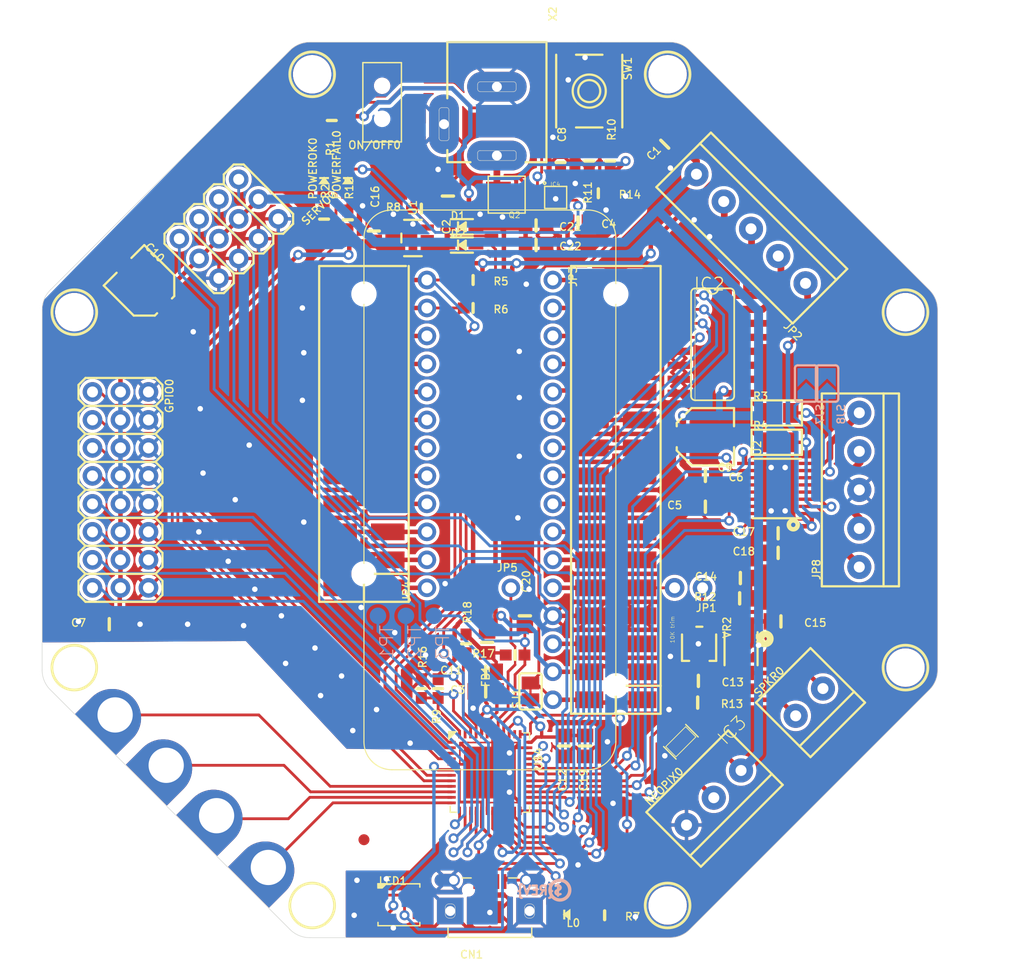
<source format=kicad_pcb>
(kicad_pcb (version 20221018) (generator pcbnew)
  (layers (0 "F.Cu" signal) (1 "In1.Cu" signal) (2 "In2.Cu" signal) (3 "In3.Cu" signal) (4 "In4.Cu" signal) (5 "In5.Cu" signal) (6 "In6.Cu" signal) (7 "In7.Cu" signal) (8 "In8.Cu" signal) (9 "In9.Cu" signal) (10 "In10.Cu" signal) (11 "In11.Cu" signal) (12 "In12.Cu" signal) (13 "In13.Cu" signal) (14 "In14.Cu" signal) (31 "B.Cu" signal) (34 "B.Paste" user) (35 "F.Paste" user) (36 "B.SilkS" user "B.Silkscreen") (37 "F.SilkS" user "F.Silkscreen") (38 "B.Mask" user) (39 "F.Mask" user) (44 "Edge.Cuts" user))
  (net 0 "")
  (net 1 "GND")
  (net 2 "3.3V")
  (net 3 "MISO")
  (net 4 "SCLK")
  (net 5 "MOSI")
  (net 6 "~{RESET}")
  (net 7 "VBAT")
  (net 8 "USB")
  (net 9 "N")
  (net 10 "M")
  (net 11 "L")
  (net 12 "SCL")
  (net 13 "SDA")
  (net 14 "G")
  (net 15 "TX")
  (net 16 "RX")
  (net 17 "F")
  (net 18 "E")
  (net 19 "D")
  (net 20 "C")
  (net 21 "B")
  (net 22 "AREF")
  (net 23 "M1_NFAULT")
  (net 24 "AOUT3")
  (net 25 "AOUT4")
  (net 26 "N$1")
  (net 27 "VDDCORE")
  (net 28 "D+")
  (net 29 "D-")
  (net 30 "SWCLK")
  (net 31 "SWDIO")
  (net 32 "N$5")
  (net 33 "SEESAW_RESET")
  (net 34 "N$6")
  (net 35 "N$7")
  (net 36 "N$9")
  (net 37 "N$10")
  (net 38 "5.0V")
  (net 39 "VIN")
  (net 40 "N$16")
  (net 41 "MOTOR_AIN1")
  (net 42 "MOTOR_AIN2")
  (net 43 "MOTOR_BIN2")
  (net 44 "MOTOR_BIN1")
  (net 45 "M1_ASEN")
  (net 46 "M1_BSEN")
  (net 47 "M1_VINT")
  (net 48 "N$15")
  (net 49 "N$17")
  (net 50 "SERVO4")
  (net 51 "SERVO3")
  (net 52 "SERVO2")
  (net 53 "SERVO1")
  (net 54 "DRIVEIN1")
  (net 55 "DRIVEIN2")
  (net 56 "DRIVEIN3")
  (net 57 "DRIVEIN4")
  (net 58 "DRIVEOUT1")
  (net 59 "DRIVEOUT2")
  (net 60 "DRIVEOUT3")
  (net 61 "DRIVEOUT4")
  (net 62 "IRQ")
  (net 63 "ANALOG1")
  (net 64 "ANALOG2")
  (net 65 "CAPTOUCH3")
  (net 66 "CAPTOUCH4")
  (net 67 "VBUS")
  (net 68 "PWR")
  (net 69 "ENABLE")
  (net 70 "AUDIO_OUT")
  (net 71 "SPKR-")
  (net 72 "SPKR+")
  (net 73 "N$19")
  (net 74 "N$20")
  (net 75 "N$21")
  (net 76 "N$22")
  (net 77 "N$23")
  (net 78 "N$3")
  (net 79 "~{TPSEN}")
  (net 80 "N$8")
  (net 81 "N$12")
  (net 82 "N$13")
  (net 83 "N$14")
  (net 84 "LED")
  (net 85 "NEOPIXEL")
  (net 86 "ANALOG5")
  (net 87 "ANALOG6")
  (net 88 "ANALOG7")
  (net 89 "ANALOG8")
  (net 90 "CAPTOUCH1")
  (net 91 "CAPTOUCH2")
  (net 92 "ANALOG3")
  (net 93 "ANALOG4")
  (net 94 "INT_NEO")
  (net 95 "AUDIO")
  (net 96 "N$2")
  (net 97 "N$4")
  (net 98 "VIN_SENSE")
  (net 99 "VDD")
  (footprint "working:0805-NO" (layer "F.Cu") (at 155.2321 128.2446 -90)
    (fp_text reference "C12")
    (fp_text value "0.1uF")
  )
  (footprint "working:TERMBLOC_1X5-3.5MM" (layer "F.Cu") (at 182.0291 105.0036 90)
    (fp_text reference "JP8")
    (fp_text value "5pin 3.5mm")
  )
  (footprint "working:0603-NO" (layer "F.Cu") (at 143.8021 123.0376 -90)
    (fp_text reference "R9")
    (fp_text value "1Mohm")
  )
  (footprint "working:0805-NO" (layer "F.Cu") (at 168.0591 103.7336)
    (fp_text reference "C6")
    (fp_text value "0.1uF")
  )
  (footprint "working:PCB_ALLI" (layer "F.Cu") (at 128.7526 138.9126 135)
    (fp_text reference "TP31" hide)
    (fp_text value "SEWTAPPCB_ALLIGATOR" hide)
  )
  (footprint "working:TERMBLOCK_1X2-3.5MM" (layer "F.Cu") (at 177.4571 124.3076 45)
    (fp_text reference "SPKR0")
    (fp_text value "3.5mm")
  )
  (footprint "working:0603-NO" (layer "F.Cu") (at 142.2781 123.0376 90)
    (fp_text reference "R16")
    (fp_text value "264K")
  )
  (footprint "working:0805-NO" (layer "F.Cu") (at 171.1706 114.8461 180)
    (fp_text reference "R12")
    (fp_text value "100")
  )
  (footprint "working:0603-NO" (layer "F.Cu") (at 159.4231 75.1586 90)
    (fp_text reference "R10")
    (fp_text value "1Mohm")
  )
  (footprint "working:0603-NO" (layer "F.Cu") (at 150.7871 119.9896 180)
    (fp_text reference "R17")
    (fp_text value "264K")
  )
  (footprint "working:CHIPLED_0805_NOOUTLINE" (layer "F.Cu") (at 135.6106 76.9366)
    (fp_text reference "POWERFAIL0")
    (fp_text value "red")
  )
  (footprint "working:TRIMPOT_BOURNS_3303W" (layer "F.Cu") (at 167.4876 118.9736 180)
    (fp_text reference "VR2")
    (fp_text value "10K trim")
  )
  (footprint "working:CHIPLED_0805_NOOUTLINE" (layer "F.Cu") (at 133.4516 76.9366)
    (fp_text reference "POWEROK0")
    (fp_text value "green")
  )
  (footprint "working:FEATHERWING_SMT2" (layer "F.Cu") (at 159.9311 130.4036 90)
    (fp_text reference "MS2" hide)
    (fp_text value "FEATHERWING_SMTDUAL" hide)
  )
  (footprint "working:4UCONN_20329_V2" (layer "F.Cu") (at 148.5011 141.3256)
    (fp_text reference "CN1")
    (fp_text value "4U#20329")
    (fp_line (start -4.05 2.15) (end -4.05 1.6) (stroke (width 0.05)) (layer "Edge.Cuts"))
    (fp_line (start -3.7 1.25) (end -3.5 1.25) (stroke (width 0.05)) (layer "Edge.Cuts"))
    (fp_line (start -3.5 2.55) (end -3.7 2.55) (stroke (width 0.05)) (layer "Edge.Cuts"))
    (fp_line (start -3.15 1.6) (end -3.15 2.15) (stroke (width 0.05)) (layer "Edge.Cuts"))
    (fp_line (start 3.15 2.2) (end 3.15 1.6) (stroke (width 0.05)) (layer "Edge.Cuts"))
    (fp_line (start 4.05 1.6) (end 4.05 2.2) (stroke (width 0.05)) (layer "Edge.Cuts"))
    (fp_arc (start -4.05 1.6) (mid -3.947487 1.352513) (end -3.7 1.25) (stroke (width 0.05)) (layer "Edge.Cuts"))
    (fp_arc (start -3.7 2.55) (mid -3.957843 2.422487) (end -4.05 2.15) (stroke (width 0.05)) (layer "Edge.Cuts"))
    (fp_arc (start -3.5 1.25) (mid -3.252513 1.352513) (end -3.15 1.6) (stroke (width 0.05)) (layer "Edge.Cuts"))
    (fp_arc (start -3.15 2.15) (mid -3.242157 2.422487) (end -3.5 2.55) (stroke (width 0.05)) (layer "Edge.Cuts"))
    (fp_arc (start 3.15 1.6) (mid 3.302513 1.331802) (end 3.6 1.25) (stroke (width 0.05)) (layer "Edge.Cuts"))
    (fp_arc (start 3.6 1.25) (mid 3.897487 1.331802) (end 4.05 1.6) (stroke (width 0.05)) (layer "Edge.Cuts"))
    (fp_arc (start 3.6 2.55) (mid 3.302513 2.468198) (end 3.15 2.2) (stroke (width 0.05)) (layer "Edge.Cuts"))
    (fp_arc (start 4.05 2.2) (mid 3.897487 2.468198) (end 3.6 2.55) (stroke (width 0.05)) (layer "Edge.Cuts"))
  )
  (footprint "working:0805-NO" (layer "F.Cu") (at 151.6761 116.4336 90)
    (fp_text reference "C20")
    (fp_text value "0.1uF")
  )
  (footprint "working:PCB_ALLI" (layer "F.Cu") (at 114.8461 125.0696 135)
    (fp_text reference "TP30" hide)
    (fp_text value "SEWTAPPCB_ALLIGATOR" hide)
  )
  (footprint "working:PANASONIC_C" (layer "F.Cu") (at 117.1321 86.4616 -45)
    (fp_text reference "C10")
    (fp_text value "47uF+/16v")
  )
  (footprint "working:0603-NO" (layer "F.Cu") (at 158.9151 143.6116)
    (fp_text reference "R7")
    (fp_text value "2.2K")
  )
  (footprint "working:HTSSOP16" (layer "F.Cu") (at 174.5361 104.8766 90)
    (fp_text reference "U2")
    (fp_text value "DRV8833PWPR")
  )
  (footprint "working:MOUNTINGHOLE_3.0_NPH" (layer "F.Cu") (at 132.3721 142.7226)
    (fp_text reference "U$41" hide)
    (fp_text value "MOUNTINGHOLE3.0_NPH" hide)
  )
  (footprint "working:MOUNTINGHOLE_3.0_NPH" (layer "F.Cu") (at 110.7821 88.8746)
    (fp_text reference "U$50" hide)
    (fp_text value "MOUNTINGHOLE3.0_NPH" hide)
  )
  (footprint "working:0805-NO" (layer "F.Cu") (at 148.2471 118.8466 -90)
    (fp_text reference "FB1")
    (fp_text value "Ferrite")
  )
  (footprint "working:0805-NO" (layer "F.Cu") (at 174.6631 108.9406 180)
    (fp_text reference "C17")
    (fp_text value "10uF")
  )
  (footprint "working:0805-NO" (layer "F.Cu") (at 157.1371 128.2446 -90)
    (fp_text reference "C19")
    (fp_text value "10uF")
  )
  (footprint "working:0805-NO" (layer "F.Cu") (at 113.9571 117.1956 180)
    (fp_text reference "C7")
    (fp_text value "10uF")
  )
  (footprint "working:0805-NO" (layer "F.Cu") (at 152.6921 82.7786)
    (fp_text reference "C22")
    (fp_text value "0.1uF")
  )
  (footprint "working:0603-NO" (layer "F.Cu") (at 133.4516 80.4291 90)
    (fp_text reference "R2")
    (fp_text value "2.2K")
  )
  (footprint "working:WSON8" (layer "F.Cu") (at 154.4701 78.4606)
    (fp_text reference "IC4")
    (fp_text value "TPS259573")
  )
  (footprint "working:0603-NO" (layer "F.Cu") (at 154.9146 75.2856 90)
    (fp_text reference "C8")
    (fp_text value "DNP")
  )
  (footprint "working:0603-NO" (layer "F.Cu") (at 157.5181 75.1586 -90)
    (fp_text reference "R11")
    (fp_text value "264K")
  )
  (footprint "working:0805_10MGAP" (layer "F.Cu") (at 148.1201 123.2916 180)
    (fp_text reference "C3")
    (fp_text value "1uF")
  )
  (footprint "working:0805-NO" (layer "F.Cu") (at 148.1201 121.5136 180)
    (fp_text reference "C11")
    (fp_text value "0.1uF")
  )
  (footprint "working:POWERDI3333" (layer "F.Cu") (at 150.0251 78.2066 180)
    (fp_text reference "Q2")
    (fp_text value "AON7401")
  )
  (footprint "working:0603-NO" (layer "F.Cu") (at 146.9771 85.9536)
    (fp_text reference "R5")
    (fp_text value "2.2K")
  )
  (footprint "working:_1206" (layer "F.Cu") (at 174.5361 100.6856)
    (fp_text reference "R4")
    (fp_text value "0.2Ω")
  )
  (footprint "working:MOUNTINGHOLE_3.0_NPH" (layer "F.Cu") (at 186.2201 88.8746)
    (fp_text reference "U$49" hide)
    (fp_text value "MOUNTINGHOLE3.0_NPH" hide)
  )
  (footprint "working:MOUNTINGHOLE_3.0_NPH" (layer "F.Cu") (at 164.6301 67.2846)
    (fp_text reference "U$52" hide)
    (fp_text value "MOUNTINGHOLE3.0_NPH" hide)
  )
  (footprint "working:0603-NO" (layer "F.Cu") (at 146.3421 118.9736 90)
    (fp_text reference "R18")
    (fp_text value "2.2K")
  )
  (footprint "working:MSOP8_0.65MM" (layer "F.Cu") (at 171.2976 119.4181 180)
    (fp_text reference "U5")
    (fp_text value "PAM8302AASCR")
  )
  (footprint "working:TERMBLOC_1X5-3.5MM" (layer "F.Cu") (at 172.1993 81.3054 135)
    (fp_text reference "JP2")
    (fp_text value "3.5mm")
  )
  (footprint "working:SOD-323" (layer "F.Cu") (at 145.9611 81.1276)
    (fp_text reference "D1")
    (fp_text value "1N4148")
  )
  (footprint "working:0805-NO" (layer "F.Cu") (at 167.4241 122.3391)
    (fp_text reference "C13")
    (fp_text value "1uF")
  )
  (footprint "working:FIDUCIAL_1MM" (layer "F.Cu") (at 112.4966 85.0646)
    (fp_text reference "FID1" hide)
    (fp_text value "FIDUCIAL_1MM" hide)
  )
  (footprint "working:0603-NO" (layer "F.Cu") (at 146.9771 88.4936)
    (fp_text reference "R6")
    (fp_text value "2.2K")
  )
  (footprint "working:0603-NO" (layer "F.Cu") (at 142.2781 79.4766 180)
    (fp_text reference "R8")
    (fp_text value "264K")
  )
  (footprint "working:DCJACK_2MM_PTH" (layer "F.Cu") (at 149.1361 61.0616 -90)
    (fp_text reference "X2")
    (fp_text value "2.1mm DC")
    (fp_line (start 6.9008 1.5) (end 6.9008 -1.5) (stroke (width 0.05)) (layer "Edge.Cuts"))
    (fp_line (start 7.1508 -1.75) (end 7.5492 -1.75) (stroke (width 0.05)) (layer "Edge.Cuts"))
    (fp_line (start 7.5492 1.75) (end 7.1508 1.75) (stroke (width 0.05)) (layer "Edge.Cuts"))
    (fp_line (start 7.7992 -1.5) (end 7.7992 1.5) (stroke (width 0.05)) (layer "Edge.Cuts"))
    (fp_line (start 9.25 4.9992) (end 9.25 4.55) (stroke (width 0.05)) (layer "Edge.Cuts"))
    (fp_line (start 9.4746 4.3508) (end 11.9746 4.3508) (stroke (width 0.05)) (layer "Edge.Cuts"))
    (fp_line (start 12 5.2492) (end 9.5 5.2492) (stroke (width 0.05)) (layer "Edge.Cuts"))
    (fp_line (start 12.25 4.55) (end 12.25 4.9992) (stroke (width 0.05)) (layer "Edge.Cuts"))
    (fp_line (start 13.1508 1.5) (end 13.1508 -1.5) (stroke (width 0.05)) (layer "Edge.Cuts"))
    (fp_line (start 13.35 -1.75) (end 13.85 -1.75) (stroke (width 0.05)) (layer "Edge.Cuts"))
    (fp_line (start 13.85 1.75) (end 13.35 1.75) (stroke (width 0.05)) (layer "Edge.Cuts"))
    (fp_line (start 14.0492 -1.5) (end 14.0492 1.5) (stroke (width 0.05)) (layer "Edge.Cuts"))
    (fp_arc (start 6.9008 -1.5) (mid 6.974023 -1.676777) (end 7.1508 -1.75) (stroke (width 0.05)) (layer "Edge.Cuts"))
    (fp_arc (start 7.1508 1.75) (mid 6.974023 1.676777) (end 6.9008 1.5) (stroke (width 0.05)) (layer "Edge.Cuts"))
    (fp_arc (start 7.5492 -1.75) (mid 7.725977 -1.676777) (end 7.7992 -1.5) (stroke (width 0.05)) (layer "Edge.Cuts"))
    (fp_arc (start 7.7992 1.5) (mid 7.725977 1.676777) (end 7.5492 1.75) (stroke (width 0.05)) (layer "Edge.Cuts"))
    (fp_arc (start 9.25 4.55) (mid 9.321044 4.403884) (end 9.4746 4.3508) (stroke (width 0.05)) (layer "Edge.Cuts"))
    (fp_arc (start 9.5 5.2492) (mid 9.323223 5.175977) (end 9.25 4.9992) (stroke (width 0.05)) (layer "Edge.Cuts"))
    (fp_arc (start 11.9746 4.3508) (mid 12.153556 4.393363) (end 12.25 4.55) (stroke (width 0.05)) (layer "Edge.Cuts"))
    (fp_arc (start 12.25 4.9992) (mid 12.176777 5.175977) (end 12 5.2492) (stroke (width 0.05)) (layer "Edge.Cuts"))
    (fp_arc (start 13.1508 -1.5) (mid 13.198623 -1.666256) (end 13.35 -1.75) (stroke (width 0.05)) (layer "Edge.Cuts"))
    (fp_arc (start 13.35 1.75) (mid 13.198623 1.666256) (end 13.1508 1.5) (stroke (width 0.05)) (layer "Edge.Cuts"))
    (fp_arc (start 13.85 -1.75) (mid 14.001377 -1.666256) (end 14.0492 -1.5) (stroke (width 0.05)) (layer "Edge.Cuts"))
    (fp_arc (start 14.0492 1.5) (mid 14.001377 1.666256) (end 13.85 1.75) (stroke (width 0.05)) (layer "Edge.Cuts"))
  )
  (footprint "working:1X01_ROUND" (layer "F.Cu") (at 150.4061 113.8936)
    (fp_text reference "JP5")
    (fp_text value "")
  )
  (footprint "working:0805-NO" (layer "F.Cu") (at 167.3606 124.3076)
    (fp_text reference "R13")
    (fp_text value "100")
  )
  (footprint "working:0805-NO" (layer "F.Cu") (at 174.9171 116.9416)
    (fp_text reference "C15")
    (fp_text value "10uF")
  )
  (footprint "working:SO16" (layer "F.Cu") (at 168.718534 91.791088 -90)
    (fp_text reference "IC2")
    (fp_text value "ULN2003AD")
  )
  (footprint "working:CHIPLED_0805_NOOUTLINE" (layer "F.Cu") (at 155.4861 143.5481 90)
    (fp_text reference "L0")
    (fp_text value "yellow")
  )
  (footprint "working:0805-NO" (layer "F.Cu") (at 168.0591 106.5276 180)
    (fp_text reference "C5")
    (fp_text value "10µF")
  )
  (footprint "working:EG1390" (layer "F.Cu") (at 138.7221 69.8246 90)
    (fp_text reference "ON/OFF0")
    (fp_text value "MSS-22C01G2")
  )
  (footprint "working:0805-NO" (layer "F.Cu") (at 144.6911 78.3336 -90)
    (fp_text reference "C2")
    (fp_text value "10uF")
  )
  (footprint "working:FIDUCIAL_1MM" (layer "F.Cu") (at 137.0711 136.7536)
    (fp_text reference "FID3" hide)
    (fp_text value "FIDUCIAL_1MM" hide)
  )
  (footprint "working:MOUNTINGHOLE_3.0_NPH" (layer "F.Cu") (at 186.2201 121.1326)
    (fp_text reference "U$44" hide)
    (fp_text value "MOUNTINGHOLE3.0_NPH" hide)
  )
  (footprint "working:SOLDERJUMPER_CLOSEDWIRE" (layer "F.Cu") (at 152.1841 123.2916 90)
    (fp_text reference "SJ1")
    (fp_text value "")
  )
  (footprint "working:LED3535" (layer "F.Cu") (at 140.2461 142.6591)
    (fp_text reference "LED1")
    (fp_text value "WS2812B3535")
  )
  (footprint "working:3X08" (layer "F.Cu") (at 114.9731 105.0036 -90)
    (fp_text reference "GPIO0")
    (fp_text value "3x8 FEMALE")
  )
  (footprint "working:0805-NO" (layer "F.Cu") (at 137.9601 81.5086 90)
    (fp_text reference "C16")
    (fp_text value "10uF")
  )
  (footprint "working:1X16_ROUND" (layer "F.Cu") (at 154.2161 105.0036 -90)
    (fp_text reference "JP3")
    (fp_text value "")
  )
  (footprint "working:TQFN48_7MM" (layer "F.Cu") (at 148.5011 130.6576 -90)
    (fp_text reference "U$4")
    (fp_text value "ATSAMD21G_QFN")
  )
  (footprint "working:MOUNTINGHOLE_3.0_NPH" (layer "F.Cu") (at 110.7821 121.1326)
    (fp_text reference "U$43" hide)
    (fp_text value "MOUNTINGHOLE3.0_NPH" hide)
  )
  (footprint "working:SOT23-5" (layer "F.Cu") (at 165.8366 127.8636 -135)
    (fp_text reference "IC3")
    (fp_text value "74AHCT1G125DBV")
  )
  (footprint "working:CRICKIT_WING_TOP" (layer "F.Cu") (at 107.8611 145.6436)
    (fp_text reference "U$74" hide)
    (fp_text value "" hide)
  )
  (footprint "working:3X04" (layer "F.Cu") (at 124.8029 81.3054 -135)
    (fp_text reference "SERVO0")
    (fp_text value "3x4 Male")
  )
  (footprint "working:_1206" (layer "F.Cu") (at 174.5361 98.0186)
    (fp_text reference "R3")
    (fp_text value "0.2Ω")
  )
  (footprint "working:0805-NO" (layer "F.Cu") (at 156.5021 80.7466)
    (fp_text reference "C4")
    (fp_text value "10µF/16V")
  )
  (footprint "working:0805-NO" (layer "F.Cu") (at 152.6921 81.0006)
    (fp_text reference "C21")
    (fp_text value "10uF")
  )
  (footprint "working:PCB_ALLI" (layer "F.Cu") (at 119.4816 129.6416 135)
    (fp_text reference "TP32" hide)
    (fp_text value "SEWTAPPCB_ALLIGATOR" hide)
  )
  (footprint "working:MOUNTINGHOLE_3.0_NPH" (layer "F.Cu") (at 164.6301 142.7226)
    (fp_text reference "U$42" hide)
    (fp_text value "MOUNTINGHOLE3.0_NPH" hide)
  )
  (footprint "working:1X02_ROUND" (layer "F.Cu") (at 166.5351 113.8936 180)
    (fp_text reference "JP1")
    (fp_text value "")
  )
  (footprint "working:PANASONIC_C" (layer "F.Cu") (at 168.0591 100.1776 180)
    (fp_text reference "C9")
    (fp_text value "47uF/16v")
  )
  (footprint "working:0603-NO" (layer "F.Cu") (at 158.3436 78.0796)
    (fp_text reference "R14")
    (fp_text value "510")
  )
  (footprint "working:PCB_ALLI" (layer "F.Cu") (at 124.0536 134.2136 135)
    (fp_text reference "TP29" hide)
    (fp_text value "SEWTAPPCB_ALLIGATOR" hide)
  )
  (footprint "working:0603-NO" (layer "F.Cu") (at 135.6106 80.4926 90)
    (fp_text reference "R15")
    (fp_text value "2.2K")
  )
  (footprint "working:0805-NO" (layer "F.Cu") (at 174.6631 110.7186 180)
    (fp_text reference "C18")
    (fp_text value "0.1uF")
  )
  (footprint "working:SOT23-5" (layer "F.Cu") (at 141.5161 82.1436 90)
    (fp_text reference "U1")
    (fp_text value "mic5225-3.3")
  )
  (footprint "working:EVQ-Q2_SMALLER" (layer "F.Cu") (at 157.5181 68.8086 -90)
    (fp_text reference "SW1")
    (fp_text value "EVQQ2")
  )
  (footprint "working:1X12_ROUND" (layer "F.Cu") (at 142.7861 99.9236 90)
    (fp_text reference "JP4")
    (fp_text value "")
  )
  (footprint "working:0603-NO" (layer "F.Cu") (at 134.1501 71.4756 -90)
    (fp_text reference "R1")
    (fp_text value "264K")
  )
  (footprint "working:SOD-323" (layer "F.Cu") (at 145.9611 82.7786)
    (fp_text reference "D2")
    (fp_text value "1N4148")
  )
  (footprint "working:0805-NO" (layer "F.Cu") (at 171.2341 113.0046 180)
    (fp_text reference "C14")
    (fp_text value "1uF")
  )
  (footprint "working:FIDUCIAL_1MM" (layer "F.Cu") (at 183.5531 85.7631)
    (fp_text reference "FID2" hide)
    (fp_text value "FIDUCIAL_1MM" hide)
  )
  (footprint "working:TERMBLOCK_1X3-3.5MM" (layer "F.Cu") (at 168.8211 132.9436 45)
    (fp_text reference "NEOPIX0")
    (fp_text value "3.5mm")
  )
  (footprint "working:0805-NO" (layer "F.Cu") (at 164.369715 73.628219 -135)
    (fp_text reference "C1")
    (fp_text value "10µF/16V")
  )
  (footprint "working:MOUNTINGHOLE_3.0_NPH" (layer "F.Cu") (at 132.3721 67.2846)
    (fp_text reference "U$51" hide)
    (fp_text value "MOUNTINGHOLE3.0_NPH" hide)
  )
  (footprint "working:SOLDERJUMPER_ARROW_NOPASTE" (layer "B.Cu") (at 179.1081 95.3516 90)
    (fp_text reference "SJ8")
    (fp_text value "ISENSEB")
  )
  (footprint "working:TP15R" (layer "B.Cu") (at 143.4211 116.4336 90)
    (fp_text reference "TP3")
    (fp_text value "TPTP15R")
  )
  (footprint "working:TP15R" (layer "B.Cu") (at 138.3411 116.4336 90)
    (fp_text reference "TP1")
    (fp_text value "TPTP15R")
  )
  (footprint "working:CRICKIT_WING_BOT" (layer "B.Cu") (at 189.1411 145.6436 180)
    (fp_text reference "U$72" hide)
    (fp_text value "" hide)
  )
  (footprint "working:PCBFEAT-REV-040" (layer "B.Cu") (at 154.8511 141.3256 180)
    (fp_text reference "U$76" hide)
    (fp_text value "" hide)
  )
  (footprint "working:TP15R" (layer "B.Cu") (at 140.8811 116.4336 90)
    (fp_text reference "TP2")
    (fp_text value "TPTP15R")
  )
  (footprint "working:SOLDERJUMPER_ARROW_NOPASTE" (layer "B.Cu") (at 177.2031 95.3516 90)
    (fp_text reference "SJ7")
    (fp_text value "ISENSEA")
  )
  (gr_circle (center 132.3721 142.7226) (end 134.4041 142.7226) (stroke (width 0.254)) (fill none) (layer "F.SilkS"))
  (gr_circle (center 186.2201 88.8746) (end 188.2521 88.8746) (stroke (width 0.254)) (fill none) (layer "F.SilkS"))
  (gr_circle (center 186.2201 121.1326) (end 188.2521 121.1326) (stroke (width 0.254)) (fill none) (layer "F.SilkS"))
  (gr_circle (center 132.3721 67.2846) (end 134.4041 67.2846) (stroke (width 0.254)) (fill none) (layer "F.SilkS"))
  (gr_circle (center 110.7821 121.1326) (end 112.8141 121.1326) (stroke (width 0.254)) (fill none) (layer "F.SilkS"))
  (gr_circle (center 164.6301 67.2846) (end 166.6621 67.2846) (stroke (width 0.254)) (fill none) (layer "F.SilkS"))
  (gr_circle (center 110.7821 88.8746) (end 112.8141 88.8746) (stroke (width 0.254)) (fill none) (layer "F.SilkS"))
  (gr_circle (center 164.6301 142.7226) (end 166.6621 142.7226) (stroke (width 0.254)) (fill none) (layer "F.SilkS"))
  (gr_arc (start 130.35815 65.10755) (mid 131.182187 64.556946) (end 132.154205 64.3636) (stroke (width 0.05)) (layer "Edge.Cuts"))
  (gr_line (start 164.847996 145.6436) (end 152.5651 145.6436) (stroke (width 0.05)) (layer "Edge.Cuts"))
  (gr_line (start 144.8181 145.2626) (end 144.4371 145.6436) (stroke (width 0.05)) (layer "Edge.Cuts"))
  (gr_arc (start 132.154204 145.6436) (mid 131.182186 145.450254) (end 130.35815 144.89965) (stroke (width 0.05)) (layer "Edge.Cuts"))
  (gr_arc (start 108.60505 123.14655) (mid 108.054446 122.322513) (end 107.8611 121.350495) (stroke (width 0.05)) (layer "Edge.Cuts"))
  (gr_line (start 152.1841 145.2626) (end 144.8181 145.2626) (stroke (width 0.05)) (layer "Edge.Cuts"))
  (gr_line (start 144.4371 145.6436) (end 132.154204 145.6436) (stroke (width 0.05)) (layer "Edge.Cuts"))
  (gr_line (start 188.39715 123.14655) (end 166.64405 144.89965) (stroke (width 0.05)) (layer "Edge.Cuts"))
  (gr_arc (start 107.8611 88.656704) (mid 108.054446 87.684686) (end 108.60505 86.86065) (stroke (width 0.05)) (layer "Edge.Cuts"))
  (gr_line (start 152.5651 145.6436) (end 152.1841 145.2626) (stroke (width 0.05)) (layer "Edge.Cuts"))
  (gr_arc (start 164.847996 64.3636) (mid 165.820014 64.556946) (end 166.64405 65.10755) (stroke (width 0.05)) (layer "Edge.Cuts"))
  (gr_line (start 166.64405 65.10755) (end 188.39715 86.86065) (stroke (width 0.05)) (layer "Edge.Cuts"))
  (gr_arc (start 188.39715 86.86065) (mid 188.947754 87.684687) (end 189.1411 88.656705) (stroke (width 0.05)) (layer "Edge.Cuts"))
  (gr_line (start 189.1411 88.656704) (end 189.1411 121.350496) (stroke (width 0.05)) (layer "Edge.Cuts"))
  (gr_arc (start 189.1411 121.350496) (mid 188.947754 122.322514) (end 188.39715 123.14655) (stroke (width 0.05)) (layer "Edge.Cuts"))
  (gr_line (start 130.35815 144.89965) (end 108.60505 123.14655) (stroke (width 0.05)) (layer "Edge.Cuts"))
  (gr_line (start 107.8611 121.350496) (end 107.8611 88.656704) (stroke (width 0.05)) (layer "Edge.Cuts"))
  (gr_line (start 132.154204 64.3636) (end 164.847996 64.3636) (stroke (width 0.05)) (layer "Edge.Cuts"))
  (gr_line (start 108.60505 86.86065) (end 130.35815 65.10755) (stroke (width 0.05)) (layer "Edge.Cuts"))
  (gr_arc (start 166.64405 144.89965) (mid 165.820013 145.450254) (end 164.847995 145.6436) (stroke (width 0.05)) (layer "Edge.Cuts"))
  (segment (start 149.9261 140.4256) (end 151.8011 140.4256) (width 0.254) (layer "F.Cu") (net 1))
  (segment (start 148.5011 129.9076) (end 148.5011 130.6576) (width 0.254) (layer "F.Cu") (net 1))
  (segment (start 157.7721 116.4336) (end 162.0901 116.4336) (width 0.4064) (layer "F.Cu") (net 1))
  (segment (start 148.7511 127.1826) (end 148.7511 130.4076) (width 0.254) (layer "F.Cu") (net 1))
  (segment (start 149.8011 140.5506) (end 149.9261 140.4256) (width 0.254) (layer "F.Cu") (net 1))
  (segment (start 148.7551 130.6576) (end 150.2791 130.6576) (width 0.254) (layer "F.Cu") (net 1))
  (segment (start 143.4211 78.2066) (end 144.2441 77.3836) (width 0.4064) (layer "F.Cu") (net 1))
  (segment (start 148.2511 131.1616) (end 148.7551 130.6576) (width 0.254) (layer "F.Cu") (net 1))
  (segment (start 154.2161 116.4336) (end 157.7721 116.4336) (width 0.4064) (layer "F.Cu") (net 1))
  (segment (start 155.4201 77.7106) (end 154.4701 77.7106) (width 0.3048) (layer "F.Cu") (net 1))
  (segment (start 155.4201 77.7106) (end 155.6011 77.7106) (width 0.3048) (layer "F.Cu") (net 1))
  (segment (start 145.0261 129.9076) (end 148.5011 129.9076) (width 0.254) (layer "F.Cu") (net 1))
  (segment (start 151.9761 128.4076) (end 150.7511 128.4076) (width 0.254) (layer "F.Cu") (net 1))
  (segment (start 144.2441 77.3836) (end 144.6911 77.3836) (width 0.4064) (layer "F.Cu") (net 1))
  (segment (start 148.7511 130.4076) (end 148.5011 130.6576) (width 0.254) (layer "F.Cu") (net 1))
  (segment (start 148.2511 134.1326) (end 148.2511 131.1616) (width 0.254) (layer "F.Cu") (net 1))
  (segment (start 154.4701 77.7106) (end 154.4701 78.4606) (width 0.3048) (layer "F.Cu") (net 1))
  (segment (start 150.7511 128.4076) (end 150.2791 128.8796) (width 0.254) (layer "F.Cu") (net 1))
  (via (at 149.6441 80.2386) (size 0.9064) (drill 0.5) (layers "F.Cu" "B.Cu") (net 1))
  (via (at 122.2121 97.6376) (size 0.9064) (drill 0.5) (layers "F.Cu" "B.Cu") (net 1))
  (via (at 155.6131 67.7926) (size 0.9064) (drill 0.5) (layers "F.Cu" "B.Cu") (net 1))
  (via (at 141.5161 80.8736) (size 0.9064) (drill 0.5) (layers "F.Cu" "B.Cu") (net 1))
  (via (at 129.9591 120.7516) (size 0.9064) (drill 0.5) (layers "F.Cu" "B.Cu") (net 1))
  (via (at 131.6101 107.9246) (size 0.9064) (drill 0.5) (layers "F.Cu" "B.Cu") (net 1))
  (via (at 126.1491 117.3226) (size 0.9064) (drill 0.5) (layers "F.Cu" "B.Cu") (net 1))
  (via (at 151.1681 96.6216) (size 0.9064) (drill 0.5) (layers "F.Cu" "B.Cu") (net 1))
  (via (at 159.1691 127.8636) (size 0.9064) (drill 0.5) (layers "F.Cu" "B.Cu") (net 1))
  (via (at 139.8651 117.9576) (size 0.9064) (drill 0.5) (layers "F.Cu" "B.Cu") (net 1))
  (via (at 141.2621 127.9906) (size 0.9064) (drill 0.5) (layers "F.Cu" "B.Cu") (net 1))
  (via (at 154.4701 78.5876) (size 0.9064) (drill 0.5) (layers "F.Cu" "B.Cu") (net 1))
  (via (at 151.0411 107.5436) (size 0.9064) (drill 0.5) (layers "F.Cu" "B.Cu") (net 1))
  (via (at 138.2141 124.9426) (size 0.9064) (drill 0.5) (layers "F.Cu" "B.Cu") (net 1))
  (via (at 164.8841 75.7936) (size 0.9064) (drill 0.5) (layers "F.Cu" "B.Cu") (net 1))
  (via (at 129.5781 116.4336) (size 0.9064) (drill 0.5) (layers "F.Cu" "B.Cu") (net 1))
  (via (at 150.2791 130.6576) (size 0.9064) (drill 0.5) (layers "F.Cu" "B.Cu") (net 1))
  (via (at 131.4831 96.8756) (size 0.9064) (drill 0.5) (layers "F.Cu" "B.Cu") (net 1))
  (via (at 174.0281 106.9086) (size 0.9064) (drill 0.5) (layers "F.Cu" "B.Cu") (net 1))
  (via (at 131.6101 92.5576) (size 0.9064) (drill 0.5) (layers "F.Cu" "B.Cu") (net 1))
  (via (at 131.4831 88.4936) (size 0.9064) (drill 0.5) (layers "F.Cu" "B.Cu") (net 1))
  (via (at 151.1681 92.4306) (size 0.9064) (drill 0.5) (layers "F.Cu" "B.Cu") (net 1))
  (via (at 175.2981 106.9086) (size 0.9064) (drill 0.5) (layers "F.Cu" "B.Cu") (net 1))
  (via (at 161.7091 143.7386) (size 0.9064) (drill 0.5) (layers "F.Cu" "B.Cu") (net 1))
  (via (at 164.8841 120.1166) (size 0.9064) (drill 0.5) (layers "F.Cu" "B.Cu") (net 1))
  (via (at 136.9441 79.2226) (size 0.9064) (drill 0.5) (layers "F.Cu" "B.Cu") (net 1))
  (via (at 157.1371 65.7606) (size 0.9064) (drill 0.5) (layers "F.Cu" "B.Cu") (net 1))
  (via (at 142.6591 119.9896) (size 0.9064) (drill 0.5) (layers "F.Cu" "B.Cu") (net 1))
  (via (at 159.0421 79.6036) (size 0.9064) (drill 0.5) (layers "F.Cu" "B.Cu") (net 1))
  (via (at 135.0391 121.8946) (size 0.9064) (drill 0.5) (layers "F.Cu" "B.Cu") (net 1))
  (via (at 136.4361 140.4366) (size 0.9064) (drill 0.5) (layers "F.Cu" "B.Cu") (net 1))
  (via (at 175.2981 102.9716) (size 0.9064) (drill 0.5) (layers "F.Cu" "B.Cu") (net 1))
  (via (at 121.5771 90.6526) (size 0.9064) (drill 0.5) (layers "F.Cu" "B.Cu") (net 1))
  (via (at 147.6121 79.9846) (size 0.9064) (drill 0.5) (layers "F.Cu" "B.Cu") (net 1))
  (via (at 127.1651 114.0206) (size 0.9064) (drill 0.5) (layers "F.Cu" "B.Cu") (net 1))
  (via (at 132.6261 119.3546) (size 0.9064) (drill 0.5) (layers "F.Cu" "B.Cu") (net 1))
  (via (at 156.2481 77.1906) (size 0.9064) (drill 0.5) (layers "F.Cu" "B.Cu") (net 1))
  (via (at 164.7571 124.9426) (size 0.9064) (drill 0.5) (layers "F.Cu" "B.Cu") (net 1))
  (via (at 152.0571 114.0206) (size 0.9064) (drill 0.5) (layers "F.Cu" "B.Cu") (net 1))
  (via (at 159.6771 133.4516) (size 0.9064) (drill 0.5) (layers "F.Cu" "B.Cu") (net 1))
  (via (at 150.2791 132.4356) (size 0.9064) (drill 0.5) (layers "F.Cu" "B.Cu") (net 1))
  (via (at 111.1631 116.9416) (size 0.9064) (drill 0.5) (layers "F.Cu" "B.Cu") (net 1))
  (via (at 124.7521 111.4806) (size 0.9064) (drill 0.5) (layers "F.Cu" "B.Cu") (net 1))
  (via (at 139.7381 144.7546) (size 0.9064) (drill 0.5) (layers "F.Cu" "B.Cu") (net 1))
  (via (at 148.5011 143.3576) (size 0.9064) (drill 0.5) (layers "F.Cu" "B.Cu") (net 1))
  (via (at 126.6571 100.9396) (size 0.9064) (drill 0.5) (layers "F.Cu" "B.Cu") (net 1))
  (via (at 168.4401 82.0166) (size 0.9064) (drill 0.5) (layers "F.Cu" "B.Cu") (net 1))
  (via (at 136.1821 143.6116) (size 0.9064) (drill 0.5) (layers "F.Cu" "B.Cu") (net 1))
  (via (at 139.1031 140.3096) (size 0.9064) (drill 0.5) (layers "F.Cu" "B.Cu") (net 1))
  (via (at 174.0281 102.9716) (size 0.9064) (drill 0.5) (layers "F.Cu" "B.Cu") (net 1))
  (via (at 156.5021 139.0396) (size 0.9064) (drill 0.5) (layers "F.Cu" "B.Cu") (net 1))
  (via (at 164.3761 129.1336) (size 0.9064) (drill 0.5) (layers "F.Cu" "B.Cu") (net 1))
  (via (at 150.2791 128.8796) (size 0.9064) (drill 0.5) (layers "F.Cu" "B.Cu") (net 1))
  (via (at 139.7381 79.9846) (size 0.9064) (drill 0.5) (layers "F.Cu" "B.Cu") (net 1))
  (via (at 167.0431 80.4926) (size 0.9064) (drill 0.5) (layers "F.Cu" "B.Cu") (net 1))
  (via (at 146.9771 124.8156) (size 0.9064) (drill 0.5) (layers "F.Cu" "B.Cu") (net 1))
  (via (at 125.3871 105.8926) (size 0.9064) (drill 0.5) (layers "F.Cu" "B.Cu") (net 1))
  (via (at 151.1681 101.9556) (size 0.9064) (drill 0.5) (layers "F.Cu" "B.Cu") (net 1))
  (via (at 133.1341 123.6726) (size 0.9064) (drill 0.5) (layers "F.Cu" "B.Cu") (net 1))
  (via (at 154.2161 72.9996) (size 0.9064) (drill 0.5) (layers "F.Cu" "B.Cu") (net 1))
  (via (at 160.8201 78.3336) (size 0.9064) (drill 0.5) (layers "F.Cu" "B.Cu") (net 1))
  (via (at 121.0691 117.1956) (size 0.9064) (drill 0.5) (layers "F.Cu" "B.Cu") (net 1))
  (via (at 116.7511 117.1956) (size 0.9064) (drill 0.5) (layers "F.Cu" "B.Cu") (net 1))
  (via (at 144.4371 113.5126) (size 0.9064) (drill 0.5) (layers "F.Cu" "B.Cu") (net 1))
  (via (at 122.4661 103.4796) (size 0.9064) (drill 0.5) (layers "F.Cu" "B.Cu") (net 1))
  (via (at 167.4241 118.9736) (size 0.9064) (drill 0.5) (layers "F.Cu" "B.Cu") (net 1))
  (via (at 151.8031 86.3346) (size 0.9064) (drill 0.5) (layers "F.Cu" "B.Cu") (net 1))
  (via (at 122.0851 108.8136) (size 0.9064) (drill 0.5) (layers "F.Cu" "B.Cu") (net 1))
  (via (at 136.8171 115.6716) (size 0.9064) (drill 0.5) (layers "F.Cu" "B.Cu") (net 1))
  (via (at 136.0551 126.8476) (size 0.9064) (drill 0.5) (layers "F.Cu" "B.Cu") (net 1))
  (via (at 143.8021 75.9206) (size 0.9064) (drill 0.5) (layers "F.Cu" "B.Cu") (net 1))
  (segment (start 140.1191 83.0936) (end 140.216 83.0936) (width 0.4064) (layer "F.Cu") (net 2))
  (segment (start 161.5821 121.5136) (end 162.3441 121.5136) (width 0.4064) (layer "F.Cu") (net 2))
  (segment (start 161.5821 121.0056) (end 161.5821 121.5136) (width 0.4064) (layer "F.Cu") (net 2))
  (segment (start 141.4551 84.4296) (end 140.1191 83.0936) (width 0.4064) (layer "F.Cu") (net 2))
  (segment (start 122.4661 92.3036) (end 131.1021 83.6676) (width 0.4064) (layer "F.Cu") (net 2))
  (segment (start 148.2471 117.8966) (end 149.0091 117.1346) (width 0.4064) (layer "F.Cu") (net 2))
  (segment (start 135.6106 81.3426) (end 135.7376 81.4696) (width 0.4064) (layer "F.Cu") (net 2))
  (segment (start 149.0091 91.6686) (end 150.5331 90.1446) (width 0.4064) (layer "F.Cu") (net 2))
  (segment (start 116.7511 92.3036) (end 114.9731 94.0816) (width 0.4064) (layer "F.Cu") (net 2))
  (segment (start 137.9601 82.6516) (end 138.4021 83.0936) (width 0.4064) (layer "F.Cu") (net 2))
  (segment (start 135.7376 81.4696) (end 135.7376 82.5246) (width 0.4064) (layer "F.Cu") (net 2))
  (segment (start 135.7376 83.6041) (end 135.6741 83.6676) (width 0.4064) (layer "F.Cu") (net 2))
  (segment (start 150.5331 90.1446) (end 150.5331 84.8106) (width 0.4064) (layer "F.Cu") (net 2))
  (segment (start 163.1061 82.6516) (end 169.5831 76.1746) (width 0.4064) (layer "F.Cu") (net 2))
  (segment (start 150.5331 84.8106) (end 150.9141 84.4296) (width 0.4064) (layer "F.Cu") (net 2))
  (segment (start 137.9601 82.4586) (end 137.9601 82.6516) (width 0.4064) (layer "F.Cu") (net 2))
  (segment (start 147.8271 85.9536) (end 147.8271 84.4686) (width 0.4064) (layer "F.Cu") (net 2))
  (segment (start 135.8036 82.4586) (end 135.7376 82.5246) (width 0.4064) (layer "F.Cu") (net 2))
  (segment (start 114.9071 117.1956) (end 114.9071 113.9596) (width 0.4064) (layer "F.Cu") (net 2))
  (segment (start 163.1061 83.5406) (end 163.1061 82.6516) (width 0.4064) (layer "F.Cu") (net 2))
  (segment (start 180.3781 87.0966) (end 175.5521 91.9226) (width 0.4064) (layer "F.Cu") (net 2))
  (segment (start 175.6131 108.9406) (end 176.2481 108.3056) (width 0.4064) (layer "F.Cu") (net 2))
  (segment (start 147.8271 85.9536) (end 147.8271 88.4936) (width 0.4064) (layer "F.Cu") (net 2))
  (segment (start 147.8271 84.4686) (end 147.8661 84.4296) (width 0.4064) (layer "F.Cu") (net 2))
  (segment (start 180.3781 86.3346) (end 180.3781 87.0966) (width 0.4064) (layer "F.Cu") (net 2))
  (segment (start 135.9011 81.3426) (end 135.6106 81.3426) (width 0.4064) (layer "F.Cu") (net 2))
  (segment (start 169.5831 76.1746) (end 170.2181 76.1746) (width 0.4064) (layer "F.Cu") (net 2))
  (segment (start 137.9601 82.4586) (end 135.8036 82.4586) (width 0.4064) (layer "F.Cu") (net 2))
  (segment (start 114.9731 94.0816) (end 114.9731 96.1136) (width 0.4064) (layer "F.Cu") (net 2))
  (segment (start 157.5181 121.5136) (end 157.5181 121.0056) (width 0.4064) (layer "F.Cu") (net 2))
  (segment (start 170.2181 76.1746) (end 180.3781 86.3346) (width 0.4064) (layer "F.Cu") (net 2))
  (segment (start 149.0091 117.1346) (end 149.0091 116.4336) (width 0.4064) (layer "F.Cu") (net 2))
  (segment (start 154.2161 121.5136) (end 157.5181 121.5136) (width 0.4064) (layer "F.Cu") (net 2))
  (segment (start 116.7511 92.3036) (end 122.4661 92.3036) (width 0.4064) (layer "F.Cu") (net 2))
  (segment (start 176.2481 108.3056) (end 177.7111 108.3056) (width 0.4064) (layer "F.Cu") (net 2))
  (segment (start 157.5181 121.0056) (end 161.5821 121.0056) (width 0.4064) (layer "F.Cu") (net 2))
  (segment (start 177.7111 107.5266) (end 177.7111 108.3056) (width 0.4064) (layer "F.Cu") (net 2))
  (segment (start 135.7376 82.5246) (end 135.7376 83.6041) (width 0.4064) (layer "F.Cu") (net 2))
  (segment (start 114.9731 111.3536) (end 114.9731 113.8936) (width 0.4064) (layer "F.Cu") (net 2))
  (segment (start 149.5171 116.4336) (end 149.0091 116.4336) (width 0.4064) (layer "F.Cu") (net 2))
  (segment (start 175.6131 108.9406) (end 175.6131 110.7186) (width 0.4064) (layer "F.Cu") (net 2))
  (segment (start 114.9731 106.2736) (end 114.9731 108.8136) (width 0.4064) (layer "F.Cu") (net 2))
  (segment (start 177.3361 107.1516) (end 177.7111 107.5266) (width 0.4064) (layer "F.Cu") (net 2))
  (segment (start 114.9071 113.9596) (end 114.9731 113.8936) (width 0.4064) (layer "F.Cu") (net 2))
  (segment (start 114.9731 108.8136) (end 114.9731 111.3536) (width 0.4064) (layer "F.Cu") (net 2))
  (segment (start 138.4021 83.0936) (end 140.1191 83.0936) (width 0.4064) (layer "F.Cu") (net 2))
  (segment (start 149.0091 116.4336) (end 149.0091 91.6686) (width 0.4064) (layer "F.Cu") (net 2))
  (segment (start 147.8661 84.4296) (end 141.4551 84.4296) (width 0.4064) (layer "F.Cu") (net 2))
  (segment (start 163.3601 121.5136) (end 162.3441 121.5136) (width 0.4064) (layer "F.Cu") (net 2))
  (via (at 150.9141 84.4296) (size 0.9064) (drill 0.5) (layers "F.Cu" "B.Cu") (net 2))
  (via (at 147.8661 84.4296) (size 0.9064) (drill 0.5) (layers "F.Cu" "B.Cu") (net 2))
  (via (at 135.6741 83.6676) (size 0.9064) (drill 0.5) (layers "F.Cu" "B.Cu") (net 2))
  (via (at 177.7111 108.3056) (size 0.9064) (drill 0.5) (layers "F.Cu" "B.Cu") (net 2))
  (via (at 149.5171 116.4336) (size 0.9064) (drill 0.5) (layers "F.Cu" "B.Cu") (net 2))
  (via (at 175.5521 91.9226) (size 0.9064) (drill 0.5) (layers "F.Cu" "B.Cu") (net 2))
  (via (at 163.1061 83.5406) (size 0.9064) (drill 0.5) (layers "F.Cu" "B.Cu") (net 2))
  (via (at 131.1021 83.6676) (size 0.9064) (drill 0.5) (layers "F.Cu" "B.Cu") (net 2))
  (segment (start 147.8661 84.4296) (end 150.9141 84.4296) (width 0.4064) (layer "B.Cu") (net 2))
  (segment (start 150.9141 84.4296) (end 162.2171 84.4296) (width 0.4064) (layer "B.Cu") (net 2))
  (segment (start 175.5521 99.0346) (end 175.5521 91.9226) (width 0.4064) (layer "B.Cu") (net 2))
  (segment (start 152.6921 119.9896) (end 154.2161 121.5136) (width 0.4064) (layer "B.Cu") (net 2))
  (segment (start 114.9731 103.7336) (end 114.9731 106.2736) (width 0.4064) (layer "B.Cu") (net 2))
  (segment (start 149.5171 116.4336) (end 150.4061 117.3226) (width 0.4064) (layer "B.Cu") (net 2))
  (segment (start 114.9731 101.1936) (end 114.9731 103.7336) (width 0.4064) (layer "B.Cu") (net 2))
  (segment (start 131.1021 83.6676) (end 135.6741 83.6676) (width 0.4064) (layer "B.Cu") (net 2))
  (segment (start 150.4061 117.3226) (end 152.0571 117.3226) (width 0.4064) (layer "B.Cu") (net 2))
  (segment (start 114.9731 98.6536) (end 114.9731 101.1936) (width 0.4064) (layer "B.Cu") (net 2))
  (segment (start 152.6921 117.9576) (end 152.6921 119.9896) (width 0.4064) (layer "B.Cu") (net 2))
  (segment (start 114.9731 96.1136) (end 114.9731 98.6536) (width 0.4064) (layer "B.Cu") (net 2))
  (segment (start 149.6441 116.5606) (end 149.5171 116.4336) (width 0.4064) (layer "B.Cu") (net 2))
  (segment (start 175.5521 91.9226) (end 175.5521 91.7956) (width 0.4064) (layer "B.Cu") (net 2))
  (segment (start 177.7111 108.3056) (end 176.3141 106.9086) (width 0.4064) (layer "B.Cu") (net 2))
  (segment (start 162.2171 84.4296) (end 163.1061 83.5406) (width 0.4064) (layer "B.Cu") (net 2))
  (segment (start 176.3141 99.7966) (end 175.5521 99.0346) (width 0.4064) (layer "B.Cu") (net 2))
  (segment (start 176.3141 106.9086) (end 176.3141 99.7966) (width 0.4064) (layer "B.Cu") (net 2))
  (segment (start 152.0571 117.3226) (end 152.6921 117.9576) (width 0.4064) (layer "B.Cu") (net 2))
  (segment (start 157.7721 93.5736) (end 162.0901 93.5736) (width 0.4064) (layer "F.Cu") (net 3))
  (segment (start 154.2161 93.5736) (end 157.7721 93.5736) (width 0.4064) (layer "F.Cu") (net 3))
  (segment (start 154.2161 98.6536) (end 157.7721 98.6536) (width 0.4064) (layer "F.Cu") (net 4))
  (segment (start 157.7721 98.6536) (end 162.0901 98.6536) (width 0.4064) (layer "F.Cu") (net 4))
  (segment (start 154.3431 95.9866) (end 154.2161 96.1136) (width 0.4064) (layer "F.Cu") (net 5))
  (segment (start 154.3431 95.9866) (end 157.1371 95.9866) (width 0.4064) (layer "F.Cu") (net 5))
  (segment (start 157.1371 96.1136) (end 157.7721 96.1136) (width 0.4064) (layer "F.Cu") (net 5))
  (segment (start 157.1371 95.9866) (end 157.1371 96.1136) (width 0.4064) (layer "F.Cu") (net 5))
  (segment (start 157.7721 96.1136) (end 162.0901 96.1136) (width 0.4064) (layer "F.Cu") (net 5))
  (segment (start 162.3441 79.6036) (end 162.3441 72.8726) (width 0.254) (layer "F.Cu") (net 6))
  (segment (start 161.8361 124.0536) (end 162.3441 124.0536) (width 0.4064) (layer "F.Cu") (net 6))
  (segment (start 152.6921 122.5296) (end 154.2161 124.0536) (width 0.254) (layer "F.Cu") (net 6))
  (segment (start 155.2321 124.0536) (end 155.3591 124.0536) (width 0.254) (layer "F.Cu") (net 6))
  (segment (start 157.5181 124.5616) (end 157.7721 124.3076) (width 0.4064) (layer "F.Cu") (net 6))
  (segment (start 161.8361 124.5616) (end 161.8361 124.0536) (width 0.4064) (layer "F.Cu") (net 6))
  (segment (start 159.5181 71.9086) (end 159.7291 71.9086) (width 0.254) (layer "F.Cu") (net 6))
  (segment (start 152.1841 122.5296) (end 152.6921 122.5296) (width 0.254) (layer "F.Cu") (net 6))
  (segment (start 157.5181 124.0536) (end 157.5181 124.5616) (width 0.4064) (layer "F.Cu") (net 6))
  (segment (start 161.5821 124.3076) (end 161.8361 124.5616) (width 0.4064) (layer "F.Cu") (net 6))
  (segment (start 159.5181 65.7086) (end 159.5181 71.9086) (width 0.254) (layer "F.Cu") (net 6))
  (segment (start 153.5811 84.6836) (end 157.2641 84.6836) (width 0.254) (layer "F.Cu") (net 6))
  (segment (start 157.2641 84.6836) (end 162.3441 79.6036) (width 0.254) (layer "F.Cu") (net 6))
  (segment (start 152.9461 85.3186) (end 153.5811 84.6836) (width 0.254) (layer "F.Cu") (net 6))
  (segment (start 161.3801 71.9086) (end 159.5181 71.9086) (width 0.254) (layer "F.Cu") (net 6))
  (segment (start 152.9461 85.3186) (end 152.9461 121.7676) (width 0.254) (layer "F.Cu") (net 6))
  (segment (start 155.3591 124.0536) (end 157.5181 124.0536) (width 0.4064) (layer "F.Cu") (net 6))
  (segment (start 152.9461 121.7676) (end 152.1841 122.5296) (width 0.254) (layer "F.Cu") (net 6))
  (segment (start 154.2161 124.0536) (end 155.3591 124.0536) (width 0.4064) (layer "F.Cu") (net 6))
  (segment (start 162.3441 72.8726) (end 161.3801 71.9086) (width 0.254) (layer "F.Cu") (net 6))
  (segment (start 157.7721 124.3076) (end 161.5821 124.3076) (width 0.4064) (layer "F.Cu") (net 6))
  (segment (start 134.6581 114.4016) (end 139.1031 114.4016) (width 0.4064) (layer "F.Cu") (net 7))
  (segment (start 139.1031 114.4016) (end 139.1031 113.8936) (width 0.4064) (layer "F.Cu") (net 7))
  (segment (start 142.7861 113.8936) (end 139.4841 113.8936) (width 0.4064) (layer "F.Cu") (net 7))
  (segment (start 134.6581 113.8936) (end 134.6581 114.4016) (width 0.4064) (layer "F.Cu") (net 7))
  (segment (start 139.1031 113.8936) (end 139.4841 113.8936) (width 0.4064) (layer "F.Cu") (net 7))
  (segment (start 139.2301 108.8136) (end 142.7861 108.8136) (width 0.4064) (layer "F.Cu") (net 8))
  (segment (start 134.9121 108.8136) (end 139.2301 108.8136) (width 0.4064) (layer "F.Cu") (net 8))
  (segment (start 139.2301 106.2736) (end 142.7861 106.2736) (width 0.4064) (layer "F.Cu") (net 9))
  (segment (start 134.9121 106.2736) (end 139.2301 106.2736) (width 0.4064) (layer "F.Cu") (net 9))
  (segment (start 134.9121 103.7336) (end 139.2301 103.7336) (width 0.4064) (layer "F.Cu") (net 10))
  (segment (start 139.2301 103.7336) (end 142.7861 103.7336) (width 0.4064) (layer "F.Cu") (net 10))
  (segment (start 134.9121 101.1936) (end 139.2301 101.1936) (width 0.4064) (layer "F.Cu") (net 11))
  (segment (start 139.2301 101.1936) (end 142.7861 101.1936) (width 0.4064) (layer "F.Cu") (net 11))
  (segment (start 146.1271 88.5156) (end 146.1271 88.4936) (width 0.254) (layer "F.Cu") (net 12))
  (segment (start 134.6581 88.4936) (end 134.6581 89.0016) (width 0.4064) (layer "F.Cu") (net 12))
  (segment (start 144.4731 128.4076) (end 138.9761 122.9106) (width 0.254) (layer "F.Cu") (net 12))
  (segment (start 142.7861 88.4936) (end 139.4841 88.4936) (width 0.4064) (layer "F.Cu") (net 12))
  (segment (start 138.9761 121.2596) (end 145.3261 114.9096) (width 0.254) (layer "F.Cu") (net 12))
  (segment (start 134.6581 89.0016) (end 139.4841 89.0016) (width 0.4064) (layer "F.Cu") (net 12))
  (segment (start 139.4841 89.0016) (end 139.4841 88.4936) (width 0.4064) (layer "F.Cu") (net 12))
  (segment (start 145.0261 128.4076) (end 144.4731 128.4076) (width 0.254) (layer "F.Cu") (net 12))
  (segment (start 145.3261 114.9096) (end 145.3261 89.3166) (width 0.254) (layer "F.Cu") (net 12))
  (segment (start 145.3261 89.3166) (end 146.1271 88.5156) (width 0.254) (layer "F.Cu") (net 12))
  (segment (start 138.9761 122.9106) (end 138.9761 121.2596) (width 0.254) (layer "F.Cu") (net 12))
  (segment (start 142.7861 88.4936) (end 146.1271 88.4936) (width 0.254) (layer "F.Cu") (net 12))
  (segment (start 139.9921 123.1276) (end 144.7721 127.9076) (width 0.254) (layer "F.Cu") (net 13))
  (segment (start 139.9921 121.1326) (end 145.8341 115.2906) (width 0.254) (layer "F.Cu") (net 13))
  (segment (start 139.4841 85.9536) (end 142.7861 85.9536) (width 0.4064) (layer "F.Cu") (net 13))
  (segment (start 144.7721 127.9076) (end 145.0261 127.9076) (width 0.254) (layer "F.Cu") (net 13))
  (segment (start 145.8341 91.4146) (end 147.1041 90.1446) (width 0.254) (layer "F.Cu") (net 13))
  (segment (start 139.4841 85.4456) (end 134.7851 85.4456) (width 0.4064) (layer "F.Cu") (net 13))
  (segment (start 139.9921 121.1326) (end 139.9921 123.1276) (width 0.254) (layer "F.Cu") (net 13))
  (segment (start 134.7851 85.4456) (end 134.7851 85.9536) (width 0.4064) (layer "F.Cu") (net 13))
  (segment (start 139.4841 85.9536) (end 139.4841 85.4456) (width 0.4064) (layer "F.Cu") (net 13))
  (segment (start 134.7851 85.9536) (end 134.6581 85.9536) (width 0.4064) (layer "F.Cu") (net 13))
  (segment (start 146.1271 85.9536) (end 142.7861 85.9536) (width 0.254) (layer "F.Cu") (net 13))
  (segment (start 145.8341 115.2906) (end 145.8341 91.4146) (width 0.254) (layer "F.Cu") (net 13))
  (via (at 147.1041 90.1446) (size 0.9064) (drill 0.5) (layers "F.Cu" "B.Cu") (net 13))
  (segment (start 147.1041 89.8516) (end 147.1041 90.1446) (width 0.254) (layer "B.Cu") (net 13))
  (segment (start 143.2061 85.9536) (end 147.1041 89.8516) (width 0.254) (layer "B.Cu") (net 13))
  (segment (start 143.2061 85.9536) (end 142.7861 85.9536) (width 0.254) (layer "B.Cu") (net 13))
  (segment (start 154.2161 85.9536) (end 157.5181 85.9536) (width 0.4064) (layer "F.Cu") (net 14))
  (segment (start 161.5821 85.4456) (end 161.5821 85.9536) (width 0.4064) (layer "F.Cu") (net 14))
  (segment (start 161.5821 85.9536) (end 162.3441 85.9536) (width 0.4064) (layer "F.Cu") (net 14))
  (segment (start 157.5181 85.4456) (end 161.5821 85.4456) (width 0.4064) (layer "F.Cu") (net 14))
  (segment (start 157.5181 85.9536) (end 157.5181 85.4456) (width 0.4064) (layer "F.Cu") (net 14))
  (segment (start 162.0901 88.4936) (end 162.3441 88.4936) (width 0.4064) (layer "F.Cu") (net 15))
  (segment (start 154.2161 88.4936) (end 157.5181 88.4936) (width 0.4064) (layer "F.Cu") (net 15))
  (segment (start 162.0901 89.0016) (end 162.0901 88.4936) (width 0.4064) (layer "F.Cu") (net 15))
  (segment (start 157.5181 88.4936) (end 157.5181 89.0016) (width 0.4064) (layer "F.Cu") (net 15))
  (segment (start 157.5181 89.0016) (end 162.0901 89.0016) (width 0.4064) (layer "F.Cu") (net 15))
  (segment (start 154.2161 91.0336) (end 157.7721 91.0336) (width 0.4064) (layer "F.Cu") (net 16))
  (segment (start 157.7721 91.0336) (end 162.0901 91.0336) (width 0.4064) (layer "F.Cu") (net 16))
  (segment (start 157.7721 101.1936) (end 162.0901 101.1936) (width 0.4064) (layer "F.Cu") (net 17))
  (segment (start 154.2161 101.1936) (end 157.7721 101.1936) (width 0.4064) (layer "F.Cu") (net 17))
  (segment (start 157.7721 103.7336) (end 162.0901 103.7336) (width 0.4064) (layer "F.Cu") (net 18))
  (segment (start 154.2161 103.7336) (end 157.7721 103.7336) (width 0.4064) (layer "F.Cu") (net 18))
  (segment (start 157.7721 106.1466) (end 161.5821 106.1466) (width 0.4064) (layer "F.Cu") (net 19))
  (segment (start 157.7721 106.2736) (end 157.7721 106.1466) (width 0.4064) (layer "F.Cu") (net 19))
  (segment (start 161.5821 106.1466) (end 161.5821 106.2736) (width 0.4064) (layer "F.Cu") (net 19))
  (segment (start 161.5821 106.2736) (end 162.0901 106.2736) (width 0.4064) (layer "F.Cu") (net 19))
  (segment (start 154.2161 106.2736) (end 157.7721 106.2736) (width 0.4064) (layer "F.Cu") (net 19))
  (segment (start 154.2161 108.8136) (end 157.7721 108.8136) (width 0.4064) (layer "F.Cu") (net 20))
  (segment (start 157.7721 108.8136) (end 162.0901 108.8136) (width 0.4064) (layer "F.Cu") (net 20))
  (segment (start 154.2161 111.3536) (end 157.7721 111.3536) (width 0.4064) (layer "F.Cu") (net 21))
  (segment (start 157.7721 111.3536) (end 162.0901 111.3536) (width 0.4064) (layer "F.Cu") (net 21))
  (segment (start 157.7721 118.9736) (end 162.0901 118.9736) (width 0.4064) (layer "F.Cu") (net 22))
  (segment (start 154.2161 118.9736) (end 157.7721 118.9736) (width 0.4064) (layer "F.Cu") (net 22))
  (segment (start 182.0291 111.8766) (end 182.0291 112.0036) (width 0.6096) (layer "F.Cu") (net 24))
  (segment (start 179.4891 107.7976) (end 179.4891 109.3366) (width 0.6096) (layer "F.Cu") (net 24))
  (segment (start 177.3361 106.5016) (end 178.1931 106.5016) (width 0.3048) (layer "F.Cu") (net 24))
  (segment (start 179.4891 109.3366) (end 182.0291 111.8766) (width 0.6096) (layer "F.Cu") (net 24))
  (segment (start 178.1931 106.5016) (end 179.4891 107.7976) (width 0.3048) (layer "F.Cu") (net 24))
  (segment (start 179.8701 105.3846) (end 182.0291 107.5436) (width 0.6096) (layer "F.Cu") (net 25))
  (segment (start 182.0291 107.5436) (end 182.0291 108.5036) (width 0.6096) (layer "F.Cu") (net 25))
  (segment (start 178.7981 105.2016) (end 178.9811 105.3846) (width 0.3048) (layer "F.Cu") (net 25))
  (segment (start 177.3361 105.2016) (end 178.7981 105.2016) (width 0.3048) (layer "F.Cu") (net 25))
  (segment (start 178.9811 105.3846) (end 179.8701 105.3846) (width 0.6096) (layer "F.Cu") (net 25))
  (segment (start 169.0091 103.7336) (end 169.1771 103.9016) (width 0.254) (layer "F.Cu") (net 26))
  (segment (start 169.1771 103.9016) (end 171.7361 103.9016) (width 0.254) (layer "F.Cu") (net 26))
  (segment (start 148.2471 127.1786) (end 148.2471 126.0856) (width 0.254) (layer "F.Cu") (net 27))
  (segment (start 149.1361 123.3256) (end 149.1701 123.2916) (width 0.3048) (layer "F.Cu") (net 27))
  (segment (start 148.2471 126.0856) (end 149.1361 125.1966) (width 0.254) (layer "F.Cu") (net 27))
  (segment (start 148.2511 127.1826) (end 148.2471 127.1786) (width 0.254) (layer "F.Cu") (net 27))
  (segment (start 149.1361 125.1966) (end 149.1361 123.3256) (width 0.3048) (layer "F.Cu") (net 27))
  (segment (start 148.5011 140.5506) (end 148.5011 139.8016) (width 0.254) (layer "F.Cu") (net 28))
  (segment (start 148.5011 139.8016) (end 148.8821 139.4206) (width 0.254) (layer "F.Cu") (net 28))
  (segment (start 153.3271 128.2446) (end 152.6641 128.9076) (width 0.254) (layer "F.Cu") (net 28))
  (segment (start 152.6641 128.9076) (end 151.9761 128.9076) (width 0.254) (layer "F.Cu") (net 28))
  (segment (start 153.7081 139.4206) (end 154.3431 140.0556) (width 0.254) (layer "F.Cu") (net 28))
  (segment (start 148.8821 139.4206) (end 153.7081 139.4206) (width 0.254) (layer "F.Cu") (net 28))
  (segment (start 154.3431 140.0556) (end 154.4701 140.0556) (width 0.254) (layer "F.Cu") (net 28))
  (via (at 154.4701 140.0556) (size 0.9064) (drill 0.5) (layers "F.Cu" "B.Cu") (net 28))
  (via (at 153.3271 128.2446) (size 0.9064) (drill 0.5) (layers "F.Cu" "B.Cu") (net 28))
  (segment (start 152.4381 129.1336) (end 152.4381 138.0236) (width 0.254) (layer "B.Cu") (net 28))
  (segment (start 152.4381 138.0236) (end 154.4701 140.0556) (width 0.254) (layer "B.Cu") (net 28))
  (segment (start 153.3271 128.2446) (end 152.4381 129.1336) (width 0.254) (layer "B.Cu") (net 28))
  (segment (start 148.6281 138.9126) (end 154.8511 138.9126) (width 0.254) (layer "F.Cu") (net 29))
  (segment (start 147.8511 140.5506) (end 147.8511 139.6896) (width 0.254) (layer "F.Cu") (net 29))
  (segment (start 151.9761 129.4076) (end 153.5611 129.4076) (width 0.254) (layer "F.Cu") (net 29))
  (segment (start 147.8511 139.6896) (end 148.6281 138.9126) (width 0.254) (layer "F.Cu") (net 29))
  (segment (start 153.5611 129.4076) (end 153.5811 129.3876) (width 0.254) (layer "F.Cu") (net 29))
  (via (at 153.5811 129.3876) (size 0.9064) (drill 0.5) (layers "F.Cu" "B.Cu") (net 29))
  (via (at 154.8511 138.9126) (size 0.9064) (drill 0.5) (layers "F.Cu" "B.Cu") (net 29))
  (segment (start 153.5811 129.3876) (end 153.5811 131.6736) (width 0.254) (layer "B.Cu") (net 29))
  (segment (start 153.0731 137.1346) (end 154.8511 138.9126) (width 0.254) (layer "B.Cu") (net 29))
  (segment (start 153.0731 132.1816) (end 153.0731 137.1346) (width 0.254) (layer "B.Cu") (net 29))
  (segment (start 153.5811 131.6736) (end 153.0731 132.1816) (width 0.254) (layer "B.Cu") (net 29))
  (segment (start 146.0881 125.1966) (end 146.0881 122.9106) (width 0.254) (layer "F.Cu") (net 30))
  (segment (start 146.225432 119.872069) (end 146.136192 119.961495) (width 0.254) (layer "F.Cu") (net 30))
  (segment (start 146.136192 119.961495) (end 146.0881 120.2046) (width 0.254) (layer "F.Cu") (net 30))
  (segment (start 146.0881 122.9106) (end 145.1991 122.0216) (width 0.254) (layer "F.Cu") (net 30))
  (segment (start 146.3421 119.8236) (end 146.3421 119.8236) (width 0.254) (layer "F.Cu") (net 30))
  (segment (start 146.3421 119.8236) (end 146.225432 119.872069) (width 0.254) (layer "F.Cu") (net 30))
  (segment (start 147.2511 126.3596) (end 146.0881 125.1966) (width 0.254) (layer "F.Cu") (net 30))
  (segment (start 145.1991 122.0216) (end 145.1991 121.8946) (width 0.254) (layer "F.Cu") (net 30))
  (segment (start 146.0881 120.2046) (end 146.0881 122.9106) (width 0.254) (layer "F.Cu") (net 30))
  (segment (start 147.2511 127.1826) (end 147.2511 126.3596) (width 0.254) (layer "F.Cu") (net 30))
  (via (at 145.1991 121.8946) (size 0.9064) (drill 0.5) (layers "F.Cu" "B.Cu") (net 30))
  (segment (start 143.1671 121.8946) (end 140.8811 119.6086) (width 0.254) (layer "B.Cu") (net 30))
  (segment (start 145.1991 121.8946) (end 143.1671 121.8946) (width 0.254) (layer "B.Cu") (net 30))
  (segment (start 140.8811 119.6086) (end 140.8811 116.4336) (width 0.254) (layer "B.Cu") (net 30))
  (segment (start 145.1991 125.0696) (end 146.7511 126.6216) (width 0.254) (layer "F.Cu") (net 31))
  (segment (start 145.1991 123.5456) (end 145.1991 125.0696) (width 0.254) (layer "F.Cu") (net 31))
  (segment (start 146.7511 127.1826) (end 146.7511 126.6216) (width 0.254) (layer "F.Cu") (net 31))
  (via (at 145.1991 123.5456) (size 0.9064) (drill 0.5) (layers "F.Cu" "B.Cu") (net 31))
  (segment (start 138.3411 117.8306) (end 138.3411 116.4336) (width 0.254) (layer "B.Cu") (net 31))
  (segment (start 144.0561 123.5456) (end 138.3411 117.8306) (width 0.254) (layer "B.Cu") (net 31))
  (segment (start 145.1991 123.5456) (end 144.0561 123.5456) (width 0.254) (layer "B.Cu") (net 31))
  (segment (start 156.5996 143.6116) (end 156.5361 143.5481) (width 0.254) (layer "F.Cu") (net 32))
  (segment (start 158.0651 143.6116) (end 156.5996 143.6116) (width 0.254) (layer "F.Cu") (net 32))
  (segment (start 150.7871 124.0536) (end 150.7871 121.7676) (width 0.254) (layer "F.Cu") (net 33))
  (segment (start 150.7871 124.0536) (end 150.7871 125.0696) (width 0.254) (layer "F.Cu") (net 33))
  (segment (start 151.6761 117.3836) (end 151.6761 118.8252) (width 0.254) (layer "F.Cu") (net 33))
  (segment (start 149.7511 126.1056) (end 150.7871 125.0696) (width 0.254) (layer "F.Cu") (net 33))
  (segment (start 150.7871 121.7676) (end 151.6761 120.8786) (width 0.254) (layer "F.Cu") (net 33))
  (segment (start 149.7511 127.1826) (end 149.7511 126.1056) (width 0.254) (layer "F.Cu") (net 33))
  (segment (start 151.6761 120.8786) (end 151.6761 120.0286) (width 0.254) (layer "F.Cu") (net 33))
  (segment (start 152.1841 124.0536) (end 150.7871 124.0536) (width 0.254) (layer "F.Cu") (net 33))
  (segment (start 151.6761 120.0286) (end 151.6761 118.8252) (width 0.254) (layer "F.Cu") (net 33))
  (segment (start 151.6371 119.9896) (end 151.6761 120.0286) (width 0.254) (layer "F.Cu") (net 33))
  (via (at 151.6761 118.8252) (size 0.9064) (drill 0.5) (layers "F.Cu" "B.Cu") (net 33))
  (segment (start 147.9931 118.7196) (end 151.5705 118.7196) (width 0.254) (layer "B.Cu") (net 33))
  (segment (start 143.4211 116.4336) (end 145.7071 116.4336) (width 0.254) (layer "B.Cu") (net 33))
  (segment (start 145.7071 116.4336) (end 147.9931 118.7196) (width 0.254) (layer "B.Cu") (net 33))
  (segment (start 151.5705 118.7196) (end 151.6761 118.8252) (width 0.254) (layer "B.Cu") (net 33))
  (segment (start 134.9121 98.6536) (end 139.2301 98.6536) (width 0.4064) (layer "F.Cu") (net 34))
  (segment (start 139.2301 98.6536) (end 142.7861 98.6536) (width 0.4064) (layer "F.Cu") (net 34))
  (segment (start 139.2301 96.1136) (end 134.9121 96.1136) (width 0.4064) (layer "F.Cu") (net 35))
  (segment (start 142.7861 96.1136) (end 139.2301 96.1136) (width 0.4064) (layer "F.Cu") (net 35))
  (segment (start 139.2301 93.5736) (end 142.7861 93.5736) (width 0.4064) (layer "F.Cu") (net 36))
  (segment (start 134.9121 93.5736) (end 139.2301 93.5736) (width 0.4064) (layer "F.Cu") (net 36))
  (segment (start 139.2301 91.0336) (end 134.9121 91.0336) (width 0.4064) (layer "F.Cu") (net 37))
  (segment (start 139.2301 91.0336) (end 142.7861 91.0336) (width 0.4064) (layer "F.Cu") (net 37))
  (segment (start 170.0911 105.1306) (end 169.5831 105.1306) (width 0.4064) (layer "F.Cu") (net 38))
  (segment (start 166.0091 102.6336) (end 167.1091 103.7336) (width 0.6096) (layer "F.Cu") (net 38))
  (segment (start 170.9726 121.6181) (end 170.9726 120.3781) (width 0.4064) (layer "F.Cu") (net 38))
  (segment (start 166.0091 100.1776) (end 166.0091 102.6336) (width 0.6096) (layer "F.Cu") (net 38))
  (segment (start 123.904875 82.203429) (end 125.700929 80.407375) (width 0.4064) (layer "F.Cu") (net 38))
  (segment (start 132.2696 81.2791) (end 129.601825 78.611325) (width 0.4064) (layer "F.Cu") (net 38))
  (segment (start 118.581672 87.526632) (end 118.581672 87.911172) (width 0.4064) (layer "F.Cu") (net 38))
  (segment (start 125.700929 80.407375) (end 127.496979 78.611325) (width 0.4064) (layer "F.Cu") (net 38))
  (segment (start 169.832587 96.236088) (end 169.7101 96.1136) (width 0.6096) (layer "F.Cu") (net 38))
  (segment (start 167.1091 103.7336) (end 167.1091 104.8156) (width 0.6096) (layer "F.Cu") (net 38))
  (segment (start 155.5521 80.7466) (end 155.5521 82.3366) (width 0.4064) (layer "F.Cu") (net 38))
  (segment (start 170.9726 120.3781) (end 172.2726 119.0781) (width 0.4064) (layer "F.Cu") (net 38))
  (segment (start 169.7101 96.1136) (end 169.7101 95.9866) (width 0.6096) (layer "F.Cu") (net 38))
  (segment (start 166.0091 100.1776) (end 166.0091 98.2906) (width 0.6096) (layer "F.Cu") (net 38))
  (segment (start 122.108825 83.999479) (end 123.904875 82.203429) (width 0.4064) (layer "F.Cu") (net 38))
  (segment (start 171.791934 96.236088) (end 169.832587 96.236088) (width 0.6096) (layer "F.Cu") (net 38))
  (segment (start 155.4861 80.9346) (end 155.4861 79.7306) (width 0.508) (layer "F.Cu") (net 38))
  (segment (start 129.601825 78.611325) (end 127.496979 78.611325) (width 0.4064) (layer "F.Cu") (net 38))
  (segment (start 168.938331 128.111084) (end 171.295971 130.468725) (width 0.4064) (layer "F.Cu") (net 38))
  (segment (start 172.2726 119.0781) (end 172.2951 119.1006) (width 0.4064) (layer "F.Cu") (net 38))
  (segment (start 172.2951 119.1006) (end 172.8851 119.1006) (width 0.4064) (layer "F.Cu") (net 38))
  (segment (start 170.6701 104.5516) (end 170.0911 105.1306) (width 0.4064) (layer "F.Cu") (net 38))
  (segment (start 122.108825 83.999479) (end 118.581672 87.526632) (width 0.4064) (layer "F.Cu") (net 38))
  (segment (start 155.4201 79.2106) (end 155.4201 79.6646) (width 0.3048) (layer "F.Cu") (net 38))
  (segment (start 167.427587 128.111084) (end 168.938331 128.111084) (width 0.4064) (layer "F.Cu") (net 38))
  (segment (start 172.2726 119.0781) (end 172.2726 117.2181) (width 0.4064) (layer "F.Cu") (net 38))
  (segment (start 155.5521 80.7466) (end 155.5521 80.8686) (width 0.4064) (layer "F.Cu") (net 38))
  (segment (start 167.1091 104.8156) (end 167.4241 105.1306) (width 0.6096) (layer "F.Cu") (net 38))
  (segment (start 167.24955 75.164554) (end 167.24955 76.355654) (width 0.6096) (layer "F.Cu") (net 38))
  (segment (start 155.5521 82.3366) (end 155.7401 82.5246) (width 0.4064) (layer "F.Cu") (net 38))
  (segment (start 155.4201 79.6646) (end 155.4861 79.7306) (width 0.3048) (layer "F.Cu") (net 38))
  (segment (start 172.2726 116.9416) (end 173.9671 116.9416) (width 0.4064) (layer "F.Cu") (net 38))
  (segment (start 165.041465 72.956469) (end 167.24955 75.164554) (width 0.6096) (layer "F.Cu") (net 38))
  (segment (start 133.4516 81.2791) (end 132.2696 81.2791) (width 0.4064) (layer "F.Cu") (net 38))
  (segment (start 171.7361 104.5516) (end 170.6701 104.5516) (width 0.4064) (layer "F.Cu") (net 38))
  (segment (start 155.5521 80.8686) (end 155.4861 80.9346) (width 0.4064) (layer "F.Cu") (net 38))
  (segment (start 172.2726 117.2181) (end 172.2726 116.9416) (width 0.4064) (layer "F.Cu") (net 38))
  (segment (start 167.4241 105.1306) (end 169.5831 105.1306) (width 0.6096) (layer "F.Cu") (net 38))
  (segment (start 166.0091 98.2906) (end 166.0271 98.2726) (width 0.6096) (layer "F.Cu") (net 38))
  (via (at 169.7101 95.9866) (size 0.9064) (drill 0.5) (layers "F.Cu" "B.Cu") (net 38))
  (via (at 155.7401 82.5246) (size 0.9064) (drill 0.5) (layers "F.Cu" "B.Cu") (net 38))
  (via (at 172.8851 119.1006) (size 0.9064) (drill 0.5) (layers "F.Cu" "B.Cu") (net 38))
  (via (at 166.0271 98.2726) (size 0.9064) (drill 0.5) (layers "F.Cu" "B.Cu") (net 38))
  (segment (start 172.8851 98.2726) (end 172.8851 88.747604) (width 0.8128) (layer "B.Cu") (net 38))
  (segment (start 172.8851 98.2726) (end 172.8851 119.1006) (width 0.8128) (layer "B.Cu") (net 38))
  (segment (start 169.3291 98.2726) (end 172.8851 98.2726) (width 0.8128) (layer "B.Cu") (net 38))
  (segment (start 169.3291 96.3676) (end 169.3291 98.2726) (width 0.6096) (layer "B.Cu") (net 38))
  (segment (start 155.7401 82.5246) (end 138.0871 82.5246) (width 0.8128) (layer "B.Cu") (net 38))
  (segment (start 172.8851 119.1006) (end 172.8851 128.879596) (width 0.8128) (layer "B.Cu") (net 38))
  (segment (start 166.0271 98.2726) (end 169.3291 98.2726) (width 0.8128) (layer "B.Cu") (net 38))
  (segment (start 163.709796 79.5723) (end 160.757496 82.5246) (width 0.8128) (layer "B.Cu") (net 38))
  (segment (start 127.496979 78.611325) (end 134.173825 78.611325) (width 0.8128) (layer "B.Cu") (net 38))
  (segment (start 163.709796 79.5723) (end 166.926443 76.355654) (width 0.8128) (layer "B.Cu") (net 38))
  (segment (start 160.757496 82.5246) (end 155.7401 82.5246) (width 0.8128) (layer "B.Cu") (net 38))
  (segment (start 172.8851 88.747604) (end 163.709796 79.5723) (width 0.8128) (layer "B.Cu") (net 38))
  (segment (start 169.7101 95.9866) (end 169.3291 96.3676) (width 0.6096) (layer "B.Cu") (net 38))
  (segment (start 138.0871 82.5246) (end 134.173825 78.611325) (width 0.8128) (layer "B.Cu") (net 38))
  (segment (start 172.8851 128.879596) (end 171.295971 130.468725) (width 0.8128) (layer "B.Cu") (net 38))
  (segment (start 166.926443 76.355654) (end 167.24955 76.355654) (width 0.8128) (layer "B.Cu") (net 38))
  (segment (start 151.7251 79.1816) (end 151.7251 81.0006) (width 0.4064) (layer "F.Cu") (net 39))
  (segment (start 151.7251 78.5316) (end 151.7251 79.1816) (width 0.4064) (layer "F.Cu") (net 39))
  (segment (start 145.3007 120.396) (end 143.8021 121.8946) (width 0.4064) (layer "F.Cu") (net 39))
  (segment (start 134.6191 71.0946) (end 137.0711 71.0946) (width 0.4064) (layer "F.Cu") (net 39))
  (segment (start 151.7251 77.8816) (end 151.7251 78.5316) (width 0.4064) (layer "F.Cu") (net 39))
  (segment (start 146.5961 80.4926) (end 146.5961 78.7146) (width 0.4064) (layer "F.Cu") (net 39))
  (segment (start 143.8021 121.8946) (end 143.8021 122.1876) (width 0.4064) (layer "F.Cu") (net 39))
  (segment (start 147.3581 81.2546) (end 149.5171 81.2546) (width 0.4064) (layer "F.Cu") (net 39))
  (segment (start 153.5201 78.7106) (end 153.5201 79.2106) (width 0.3048) (layer "F.Cu") (net 39))
  (segment (start 151.7421 81.0006) (end 151.7421 82.7786) (width 0.4064) (layer "F.Cu") (net 39))
  (segment (start 151.7251 79.1816) (end 151.7541 79.2106) (width 0.4064) (layer "F.Cu") (net 39))
  (segment (start 147.2311 81.1276) (end 146.5961 80.4926) (width 0.4064) (layer "F.Cu") (net 39))
  (segment (start 145.5801 117.273362) (end 145.3007 117.552762) (width 0.4064) (layer "F.Cu") (net 39))
  (segment (start 159.9701 76.0086) (end 159.4231 76.0086) (width 0.4064) (layer "F.Cu") (net 39))
  (segment (start 151.7421 81.2546) (end 151.7421 81.0006) (width 0.4064) (layer "F.Cu") (net 39))
  (segment (start 145.3007 117.552762) (end 145.3007 120.396) (width 0.4064) (layer "F.Cu") (net 39))
  (segment (start 134.1501 70.6256) (end 134.6191 71.0946) (width 0.4064) (layer "F.Cu") (net 39))
  (segment (start 146.9771 115.7986) (end 145.5801 117.1956) (width 0.4064) (layer "F.Cu") (net 39))
  (segment (start 146.9771 115.7986) (end 146.9771 92.8116) (width 0.4064) (layer "F.Cu") (net 39))
  (segment (start 149.7711 90.0176) (end 149.7711 81.5086) (width 0.4064) (layer "F.Cu") (net 39))
  (segment (start 146.5961 78.0796) (end 146.5961 78.7146) (width 0.4064) (layer "F.Cu") (net 39))
  (segment (start 160.8201 75.1586) (end 159.9701 76.0086) (width 0.4064) (layer "F.Cu") (net 39))
  (segment (start 147.2311 81.1276) (end 147.3581 81.2546) (width 0.4064) (layer "F.Cu") (net 39))
  (segment (start 151.7541 79.2106) (end 153.5201 79.2106) (width 0.4064) (layer "F.Cu") (net 39))
  (segment (start 146.9771 92.8116) (end 149.7711 90.0176) (width 0.4064) (layer "F.Cu") (net 39))
  (segment (start 145.5801 117.1956) (end 145.5801 117.273362) (width 0.4064) (layer "F.Cu") (net 39))
  (segment (start 149.5171 81.2546) (end 151.7421 81.2546) (width 0.4064) (layer "F.Cu") (net 39))
  (segment (start 151.7251 81.0006) (end 151.7421 81.0006) (width 0.4064) (layer "F.Cu") (net 39))
  (segment (start 149.7711 81.5086) (end 149.5171 81.2546) (width 0.4064) (layer "F.Cu") (net 39))
  (via (at 137.0711 71.0946) (size 0.9064) (drill 0.5) (layers "F.Cu" "B.Cu") (net 39))
  (via (at 160.8201 75.1586) (size 0.9064) (drill 0.5) (layers "F.Cu" "B.Cu") (net 39))
  (via (at 146.5961 78.0796) (size 0.9064) (drill 0.5) (layers "F.Cu" "B.Cu") (net 39))
  (segment (start 146.2151 73.856438) (end 145.7071 74.364438) (width 0.4064) (layer "B.Cu") (net 39))
  (segment (start 145.7071 74.364438) (end 145.7071 76.4286) (width 0.4064) (layer "B.Cu") (net 39))
  (segment (start 145.0721 68.5546) (end 146.7231 70.2056) (width 0.4064) (layer "B.Cu") (net 39))
  (segment (start 138.3411 69.8246) (end 139.3571 69.8246) (width 0.4064) (layer "B.Cu") (net 39))
  (segment (start 151.0411 76.6826) (end 152.3111 75.4126) (width 0.4064) (layer "B.Cu") (net 39))
  (segment (start 145.7071 76.4286) (end 146.5961 77.3176) (width 0.4064) (layer "B.Cu") (net 39))
  (segment (start 146.7231 70.2056) (end 146.7231 72.8726) (width 0.4064) (layer "B.Cu") (net 39))
  (segment (start 160.5661 75.4126) (end 160.8201 75.1586) (width 0.4064) (layer "B.Cu") (net 39))
  (segment (start 152.3111 75.4126) (end 160.5661 75.4126) (width 0.4064) (layer "B.Cu") (net 39))
  (segment (start 147.1041 76.6826) (end 151.0411 76.6826) (width 0.4064) (layer "B.Cu") (net 39))
  (segment (start 146.7231 72.8726) (end 146.2151 73.3806) (width 0.4064) (layer "B.Cu") (net 39))
  (segment (start 146.5961 77.3176) (end 146.5961 78.0796) (width 0.4064) (layer "B.Cu") (net 39))
  (segment (start 147.1041 76.6826) (end 146.5961 77.1906) (width 0.4064) (layer "B.Cu") (net 39))
  (segment (start 146.5961 77.1906) (end 146.5961 77.3176) (width 0.4064) (layer "B.Cu") (net 39))
  (segment (start 146.2151 73.3806) (end 146.2151 73.856438) (width 0.4064) (layer "B.Cu") (net 39))
  (segment (start 140.6271 68.5546) (end 145.0721 68.5546) (width 0.4064) (layer "B.Cu") (net 39))
  (segment (start 137.0711 71.0946) (end 138.3411 69.8246) (width 0.4064) (layer "B.Cu") (net 39))
  (segment (start 139.3571 69.8246) (end 140.6271 68.5546) (width 0.4064) (layer "B.Cu") (net 39))
  (segment (start 133.4516 77.9866) (end 133.4516 79.5791) (width 0.254) (layer "F.Cu") (net 40))
  (segment (start 171.7361 107.1516) (end 171.7361 108.1846) (width 0.254) (layer "F.Cu") (net 41))
  (segment (start 160.9191 132.4076) (end 151.9761 132.4076) (width 0.254) (layer "F.Cu") (net 41))
  (segment (start 162.9791 132.4356) (end 162.7251 132.6896) (width 0.254) (layer "F.Cu") (net 41))
  (segment (start 161.2011 132.6896) (end 160.9191 132.4076) (width 0.254) (layer "F.Cu") (net 41))
  (segment (start 171.7361 108.1846) (end 171.2341 108.6866) (width 0.254) (layer "F.Cu") (net 41))
  (segment (start 162.7251 132.6896) (end 161.2011 132.6896) (width 0.254) (layer "F.Cu") (net 41))
  (via (at 162.9791 132.4356) (size 0.9064) (drill 0.5) (layers "F.Cu" "B.Cu") (net 41))
  (via (at 171.2341 108.6866) (size 0.9064) (drill 0.5) (layers "F.Cu" "B.Cu") (net 41))
  (segment (start 163.2331 132.1816) (end 162.9791 132.4356) (width 0.254) (layer "B.Cu") (net 41))
  (segment (start 171.2341 108.6866) (end 166.1541 108.6866) (width 0.254) (layer "B.Cu") (net 41))
  (segment (start 163.2331 111.6076) (end 163.2331 132.1816) (width 0.254) (layer "B.Cu") (net 41))
  (segment (start 166.1541 108.6866) (end 163.2331 111.6076) (width 0.254) (layer "B.Cu") (net 41))
  (segment (start 171.7361 106.5016) (end 170.6251 106.5016) (width 0.254) (layer "F.Cu") (net 42))
  (segment (start 161.8361 131.8006) (end 161.7091 131.8006) (width 0.254) (layer "F.Cu") (net 42))
  (segment (start 161.6021 131.9076) (end 151.9761 131.9076) (width 0.254) (layer "F.Cu") (net 42))
  (segment (start 170.6251 106.5016) (end 170.2181 106.9086) (width 0.254) (layer "F.Cu") (net 42))
  (segment (start 161.7091 131.8006) (end 161.6021 131.9076) (width 0.254) (layer "F.Cu") (net 42))
  (segment (start 170.2181 106.9086) (end 170.2181 107.7976) (width 0.254) (layer "F.Cu") (net 42))
  (via (at 170.2181 107.7976) (size 0.9064) (drill 0.5) (layers "F.Cu" "B.Cu") (net 42))
  (via (at 161.8361 131.8006) (size 0.9064) (drill 0.5) (layers "F.Cu" "B.Cu") (net 42))
  (segment (start 162.5981 131.0386) (end 161.8361 131.8006) (width 0.254) (layer "B.Cu") (net 42))
  (segment (start 165.6461 107.7976) (end 162.5981 110.8456) (width 0.254) (layer "B.Cu") (net 42))
  (segment (start 170.2181 107.7976) (end 165.6461 107.7976) (width 0.254) (layer "B.Cu") (net 42))
  (segment (start 162.5981 110.8456) (end 162.5981 131.0386) (width 0.254) (layer "B.Cu") (net 42))
  (segment (start 171.7361 103.2516) (end 170.4981 103.2516) (width 0.254) (layer "F.Cu") (net 43))
  (segment (start 170.4981 103.2516) (end 170.3451 103.0986) (width 0.254) (layer "F.Cu") (net 43))
  (segment (start 152.8311 129.9076) (end 153.2001 130.2766) (width 0.254) (layer "F.Cu") (net 43))
  (segment (start 170.3451 103.0986) (end 170.3451 102.4636) (width 0.254) (layer "F.Cu") (net 43))
  (segment (start 153.2001 130.2766) (end 159.8041 130.2766) (width 0.254) (layer "F.Cu") (net 43))
  (segment (start 170.3451 102.4636) (end 169.9641 102.0826) (width 0.254) (layer "F.Cu") (net 43))
  (segment (start 159.8041 130.2766) (end 160.9471 129.1336) (width 0.254) (layer "F.Cu") (net 43))
  (segment (start 151.9761 129.9076) (end 152.8311 129.9076) (width 0.254) (layer "F.Cu") (net 43))
  (via (at 169.9641 102.0826) (size 0.9064) (drill 0.5) (layers "F.Cu" "B.Cu") (net 43))
  (via (at 160.9471 129.1336) (size 0.9064) (drill 0.5) (layers "F.Cu" "B.Cu") (net 43))
  (segment (start 161.2011 128.8796) (end 160.9471 129.1336) (width 0.254) (layer "B.Cu") (net 43))
  (segment (start 169.9641 102.0826) (end 165.9001 102.0826) (width 0.254) (layer "B.Cu") (net 43))
  (segment (start 161.4551 128.2446) (end 161.2011 128.4986) (width 0.254) (layer "B.Cu") (net 43))
  (segment (start 161.2011 128.4986) (end 161.2011 128.8796) (width 0.254) (layer "B.Cu") (net 43))
  (segment (start 161.4551 106.5276) (end 161.4551 128.2446) (width 0.254) (layer "B.Cu") (net 43))
  (segment (start 165.9001 102.0826) (end 161.4551 106.5276) (width 0.254) (layer "B.Cu") (net 43))
  (segment (start 151.9761 130.4076) (end 152.5691 130.4076) (width 0.254) (layer "F.Cu") (net 44))
  (segment (start 161.2011 130.0226) (end 161.7091 130.0226) (width 0.254) (layer "F.Cu") (net 44))
  (segment (start 152.9461 130.7846) (end 160.4391 130.7846) (width 0.254) (layer "F.Cu") (net 44))
  (segment (start 171.7361 101.8226) (end 171.4881 101.5746) (width 0.254) (layer "F.Cu") (net 44))
  (segment (start 152.5691 130.4076) (end 152.9461 130.7846) (width 0.254) (layer "F.Cu") (net 44))
  (segment (start 160.4391 130.7846) (end 161.2011 130.0226) (width 0.254) (layer "F.Cu") (net 44))
  (segment (start 171.7361 102.6016) (end 171.7361 101.8226) (width 0.254) (layer "F.Cu") (net 44))
  (via (at 171.4881 101.5746) (size 0.9064) (drill 0.5) (layers "F.Cu" "B.Cu") (net 44))
  (via (at 161.7091 130.0226) (size 0.9064) (drill 0.5) (layers "F.Cu" "B.Cu") (net 44))
  (segment (start 166.2811 103.3526) (end 161.9631 107.6706) (width 0.254) (layer "B.Cu") (net 44))
  (segment (start 170.8531 103.3526) (end 166.2811 103.3526) (width 0.254) (layer "B.Cu") (net 44))
  (segment (start 161.9631 129.8956) (end 161.8361 130.0226) (width 0.254) (layer "B.Cu") (net 44))
  (segment (start 161.9631 107.6706) (end 161.9631 129.8956) (width 0.254) (layer "B.Cu") (net 44))
  (segment (start 171.4881 101.5746) (end 171.4881 102.7176) (width 0.254) (layer "B.Cu") (net 44))
  (segment (start 171.4881 102.7176) (end 170.8531 103.3526) (width 0.254) (layer "B.Cu") (net 44))
  (segment (start 161.8361 130.0226) (end 161.7091 130.0226) (width 0.254) (layer "B.Cu") (net 44))
  (segment (start 177.3361 105.8516) (end 178.4321 105.8516) (width 0.3048) (layer "F.Cu") (net 45))
  (segment (start 179.4891 106.4006) (end 179.4891 106.5276) (width 0.3048) (layer "F.Cu") (net 45))
  (segment (start 178.4321 105.8516) (end 178.9811 106.4006) (width 0.3048) (layer "F.Cu") (net 45))
  (segment (start 178.9811 106.4006) (end 179.4891 106.4006) (width 0.3048) (layer "F.Cu") (net 45))
  (segment (start 177.2031 100.6856) (end 175.8061 100.6856) (width 0.3048) (layer "F.Cu") (net 45))
  (via (at 179.4891 106.5276) (size 0.9064) (drill 0.5) (layers "F.Cu" "B.Cu") (net 45))
  (via (at 177.2031 100.6856) (size 0.9064) (drill 0.5) (layers "F.Cu" "B.Cu") (net 45))
  (segment (start 177.2031 106.0196) (end 177.7111 106.5276) (width 0.3048) (layer "B.Cu") (net 45))
  (segment (start 179.4891 106.5276) (end 177.7111 106.5276) (width 0.3048) (layer "B.Cu") (net 45))
  (segment (start 177.2031 100.9396) (end 177.2031 100.6856) (width 0.3048) (layer "B.Cu") (net 45))
  (segment (start 177.2031 99.4156) (end 177.2031 100.6856) (width 0.254) (layer "B.Cu") (net 45))
  (segment (start 176.9491 100.6856) (end 177.2031 100.9396) (width 0.3048) (layer "B.Cu") (net 45))
  (segment (start 176.1871 97.3836) (end 176.1871 98.3996) (width 0.254) (layer "B.Cu") (net 45))
  (segment (start 177.2031 100.9396) (end 177.2031 106.0196) (width 0.3048) (layer "B.Cu") (net 45))
  (segment (start 177.2031 96.3676) (end 176.1871 97.3836) (width 0.254) (layer "B.Cu") (net 45))
  (segment (start 176.1871 98.3996) (end 177.2031 99.4156) (width 0.254) (layer "B.Cu") (net 45))
  (segment (start 177.2031 98.0186) (end 175.8061 98.0186) (width 0.3048) (layer "F.Cu") (net 46))
  (segment (start 178.8541 103.3526) (end 179.3621 103.3526) (width 0.3048) (layer "F.Cu") (net 46))
  (segment (start 177.3361 103.9016) (end 178.3051 103.9016) (width 0.3048) (layer "F.Cu") (net 46))
  (segment (start 178.3051 103.9016) (end 178.8541 103.3526) (width 0.3048) (layer "F.Cu") (net 46))
  (via (at 177.2031 98.0186) (size 0.9064) (drill 0.5) (layers "F.Cu" "B.Cu") (net 46))
  (via (at 179.3621 103.3526) (size 0.9064) (drill 0.5) (layers "F.Cu" "B.Cu") (net 46))
  (segment (start 179.1081 99.5426) (end 179.3621 99.7966) (width 0.254) (layer "B.Cu") (net 46))
  (segment (start 177.2031 98.0186) (end 177.5841 98.0186) (width 0.3048) (layer "B.Cu") (net 46))
  (segment (start 179.1081 96.3676) (end 179.1081 99.5426) (width 0.254) (layer "B.Cu") (net 46))
  (segment (start 179.3621 99.7966) (end 177.5841 98.0186) (width 0.3048) (layer "B.Cu") (net 46))
  (segment (start 179.3621 103.3526) (end 179.3621 99.7966) (width 0.3048) (layer "B.Cu") (net 46))
  (segment (start 169.0091 106.5276) (end 169.5831 106.5276) (width 0.254) (layer "F.Cu") (net 47))
  (segment (start 169.5831 106.5276) (end 170.2591 105.8516) (width 0.254) (layer "F.Cu") (net 47))
  (segment (start 170.2591 105.8516) (end 171.7361 105.8516) (width 0.254) (layer "F.Cu") (net 47))
  (segment (start 179.3621 102.0826) (end 179.3621 100.7976) (width 0.6096) (layer "F.Cu") (net 48))
  (segment (start 182.0291 98.1306) (end 182.0291 98.0036) (width 0.6096) (layer "F.Cu") (net 48))
  (segment (start 179.3621 100.7976) (end 182.0291 98.1306) (width 0.6096) (layer "F.Cu") (net 48))
  (segment (start 177.3361 103.2516) (end 178.1931 103.2516) (width 0.3048) (layer "F.Cu") (net 48))
  (segment (start 178.1931 103.2516) (end 179.3621 102.0826) (width 0.3048) (layer "F.Cu") (net 48))
  (segment (start 182.1001 102.5196) (end 182.1001 101.5036) (width 0.6096) (layer "F.Cu") (net 49))
  (segment (start 180.2511 104.3686) (end 182.1001 102.5196) (width 0.6096) (layer "F.Cu") (net 49))
  (segment (start 182.1001 101.5036) (end 182.0291 101.5036) (width 0.6096) (layer "F.Cu") (net 49))
  (segment (start 178.9811 104.3686) (end 180.2511 104.3686) (width 0.6096) (layer "F.Cu") (net 49))
  (segment (start 178.7981 104.5516) (end 178.9811 104.3686) (width 0.3048) (layer "F.Cu") (net 49))
  (segment (start 177.3361 104.5516) (end 178.7981 104.5516) (width 0.3048) (layer "F.Cu") (net 49))
  (segment (start 150.7511 134.6856) (end 151.6761 135.6106) (width 0.254) (layer "F.Cu") (net 50))
  (segment (start 151.6761 135.6106) (end 153.9621 135.6106) (width 0.254) (layer "F.Cu") (net 50))
  (segment (start 150.7511 134.1326) (end 150.7511 134.6856) (width 0.254) (layer "F.Cu") (net 50))
  (via (at 153.9621 135.6106) (size 0.9064) (drill 0.5) (layers "F.Cu" "B.Cu") (net 50))
  (segment (start 140.8811 113.2586) (end 123.473075 95.850575) (width 0.254) (layer "B.Cu") (net 50))
  (segment (start 153.7081 135.3566) (end 153.9621 135.6106) (width 0.254) (layer "B.Cu") (net 50))
  (segment (start 140.8811 114.0206) (end 140.8811 113.2586) (width 0.254) (layer "B.Cu") (net 50))
  (segment (start 153.7081 132.3086) (end 153.7081 135.3566) (width 0.254) (layer "B.Cu") (net 50))
  (segment (start 123.473075 95.850575) (end 123.473075 88.484575) (width 0.254) (layer "B.Cu") (net 50))
  (segment (start 151.6253 123.2408) (end 150.851718 123.2408) (width 0.254) (layer "B.Cu") (net 50))
  (segment (start 123.473075 88.484575) (end 120.312775 85.324275) (width 0.254) (layer "B.Cu") (net 50))
  (segment (start 145.314519 117.7036) (end 143.0401 117.7036) (width 0.254) (layer "B.Cu") (net 50))
  (segment (start 154.5971 131.4196) (end 154.5971 126.2126) (width 0.254) (layer "B.Cu") (net 50))
  (segment (start 120.312775 85.324275) (end 120.312775 82.203429) (width 0.254) (layer "B.Cu") (net 50))
  (segment (start 143.0401 117.7036) (end 142.1511 116.8146) (width 0.254) (layer "B.Cu") (net 50))
  (segment (start 142.1511 115.2906) (end 140.8811 114.0206) (width 0.254) (layer "B.Cu") (net 50))
  (segment (start 153.7081 132.3086) (end 154.5971 131.4196) (width 0.254) (layer "B.Cu") (net 50))
  (segment (start 150.851718 123.2408) (end 145.314519 117.7036) (width 0.254) (layer "B.Cu") (net 50))
  (segment (start 142.1511 116.8146) (end 142.1511 115.2906) (width 0.254) (layer "B.Cu") (net 50))
  (segment (start 154.5971 126.2126) (end 151.6253 123.2408) (width 0.254) (layer "B.Cu") (net 50))
  (segment (start 153.7541 134.1326) (end 155.2321 135.6106) (width 0.254) (layer "F.Cu") (net 51))
  (segment (start 151.2511 134.1326) (end 153.7541 134.1326) (width 0.254) (layer "F.Cu") (net 51))
  (via (at 155.2321 135.6106) (size 0.9064) (drill 0.5) (layers "F.Cu" "B.Cu") (net 51))
  (segment (start 155.1051 131.6736) (end 154.3431 132.4356) (width 0.254) (layer "B.Cu") (net 51))
  (segment (start 144.9451 112.6236) (end 146.3421 111.2266) (width 0.254) (layer "B.Cu") (net 51))
  (segment (start 154.700068 115.2652) (end 155.4861 116.051231) (width 0.254) (layer "B.Cu") (net 51))
  (segment (start 141.0081 112.6236) (end 125.269129 96.884629) (width 0.254) (layer "B.Cu") (net 51))
  (segment (start 153.0477 114.377568) (end 153.935331 115.2652) (width 0.254) (layer "B.Cu") (net 51))
  (segment (start 125.269129 96.884629) (end 125.269129 85.327629) (width 0.254) (layer "B.Cu") (net 51))
  (segment (start 146.3421 111.2266) (end 151.5491 111.2266) (width 0.254) (layer "B.Cu") (net 51))
  (segment (start 151.5491 111.2266) (end 153.0477 112.7252) (width 0.254) (layer "B.Cu") (net 51))
  (segment (start 155.1051 125.1966) (end 155.4861 124.8156) (width 0.254) (layer "B.Cu") (net 51))
  (segment (start 155.1051 131.6736) (end 155.1051 125.1966) (width 0.254) (layer "B.Cu") (net 51))
  (segment (start 141.0081 112.6236) (end 144.9451 112.6236) (width 0.254) (layer "B.Cu") (net 51))
  (segment (start 153.0477 112.7252) (end 153.0477 114.377568) (width 0.254) (layer "B.Cu") (net 51))
  (segment (start 122.108825 82.167325) (end 122.108825 80.407375) (width 0.254) (layer "B.Cu") (net 51))
  (segment (start 154.3431 132.4356) (end 154.3431 134.7216) (width 0.254) (layer "B.Cu") (net 51))
  (segment (start 125.269129 85.327629) (end 122.108825 82.167325) (width 0.254) (layer "B.Cu") (net 51))
  (segment (start 153.935331 115.2652) (end 154.700068 115.2652) (width 0.254) (layer "B.Cu") (net 51))
  (segment (start 155.4861 116.051231) (end 155.4861 124.8156) (width 0.254) (layer "B.Cu") (net 51))
  (segment (start 154.3431 134.7216) (end 155.2321 135.6106) (width 0.254) (layer "B.Cu") (net 51))
  (segment (start 154.1721 133.4076) (end 155.2321 134.4676) (width 0.254) (layer "F.Cu") (net 52))
  (segment (start 151.9761 133.4076) (end 154.1721 133.4076) (width 0.254) (layer "F.Cu") (net 52))
  (via (at 155.2321 134.4676) (size 0.9064) (drill 0.5) (layers "F.Cu" "B.Cu") (net 52))
  (segment (start 127.065179 97.918679) (end 127.065179 83.567679) (width 0.254) (layer "B.Cu") (net 52))
  (segment (start 155.977085 112.8141) (end 155.9941 112.8776) (width 0.254) (layer "B.Cu") (net 52))
  (segment (start 153.732131 112.522) (end 155.6385 112.522) (width 0.254) (layer "B.Cu") (net 52))
  (segment (start 145.7071 110.0836) (end 139.2301 110.0836) (width 0.254) (layer "B.Cu") (net 52))
  (segment (start 146.2151 110.5916) (end 151.801731 110.5916) (width 0.254) (layer "B.Cu") (net 52))
  (segment (start 123.904875 80.407375) (end 123.904875 78.611325) (width 0.254) (layer "B.Cu") (net 52))
  (segment (start 139.2301 110.0836) (end 127.065179 97.918679) (width 0.254) (layer "B.Cu") (net 52))
  (segment (start 155.6131 131.9276) (end 155.6131 125.4506) (width 0.254) (layer "B.Cu") (net 52))
  (segment (start 151.801731 110.5916) (end 153.732131 112.522) (width 0.254) (layer "B.Cu") (net 52))
  (segment (start 155.6131 131.9276) (end 154.8511 132.6896) (width 0.254) (layer "B.Cu") (net 52))
  (segment (start 155.8671 112.7506) (end 155.9306 112.767615) (width 0.254) (layer "B.Cu") (net 52))
  (segment (start 155.9306 112.767615) (end 155.977085 112.8141) (width 0.254) (layer "B.Cu") (net 52))
  (segment (start 127.065179 83.567679) (end 123.904875 80.407375) (width 0.254) (layer "B.Cu") (net 52))
  (segment (start 154.8511 134.0866) (end 155.2321 134.4676) (width 0.254) (layer "B.Cu") (net 52))
  (segment (start 155.6385 112.522) (end 155.8671 112.7506) (width 0.254) (layer "B.Cu") (net 52))
  (segment (start 155.6131 125.4506) (end 155.9941 125.0696) (width 0.254) (layer "B.Cu") (net 52))
  (segment (start 154.8511 132.6896) (end 154.8511 134.0866) (width 0.254) (layer "B.Cu") (net 52))
  (segment (start 145.7071 110.0836) (end 146.2151 110.5916) (width 0.254) (layer "B.Cu") (net 52))
  (segment (start 155.8671 112.7506) (end 155.8671 112.7506) (width 0.254) (layer "B.Cu") (net 52))
  (segment (start 155.9941 112.8776) (end 155.9941 125.0696) (width 0.254) (layer "B.Cu") (net 52))
  (segment (start 155.3231 132.9076) (end 155.7401 133.3246) (width 0.254) (layer "F.Cu") (net 53))
  (segment (start 151.9761 132.9076) (end 155.3231 132.9076) (width 0.254) (layer "F.Cu") (net 53))
  (via (at 155.7401 133.3246) (size 0.9064) (drill 0.5) (layers "F.Cu" "B.Cu") (net 53))
  (segment (start 125.700929 78.666497) (end 125.700929 76.815275) (width 0.254) (layer "B.Cu") (net 53))
  (segment (start 155.2321 110.0836) (end 148.5011 110.0836) (width 0.254) (layer "B.Cu") (net 53))
  (segment (start 155.7401 133.3246) (end 156.1211 132.9436) (width 0.254) (layer "B.Cu") (net 53))
  (segment (start 145.9611 107.5436) (end 137.4521 107.5436) (width 0.254) (layer "B.Cu") (net 53))
  (segment (start 128.8161 81.781669) (end 125.700929 78.666497) (width 0.254) (layer "B.Cu") (net 53))
  (segment (start 148.5011 110.0836) (end 145.9611 107.5436) (width 0.254) (layer "B.Cu") (net 53))
  (segment (start 156.5021 125.3236) (end 156.5021 111.3536) (width 0.254) (layer "B.Cu") (net 53))
  (segment (start 156.1211 125.7046) (end 156.5021 125.3236) (width 0.254) (layer "B.Cu") (net 53))
  (segment (start 137.4521 107.5436) (end 128.8161 98.9076) (width 0.254) (layer "B.Cu") (net 53))
  (segment (start 156.1211 132.9436) (end 156.1211 125.7046) (width 0.254) (layer "B.Cu") (net 53))
  (segment (start 128.8161 98.9076) (end 128.8161 81.781669) (width 0.254) (layer "B.Cu") (net 53))
  (segment (start 156.5021 111.3536) (end 155.2321 110.0836) (width 0.254) (layer "B.Cu") (net 53))
  (segment (start 158.1531 138.0236) (end 151.0411 138.0236) (width 0.254) (layer "F.Cu") (net 54))
  (segment (start 151.0411 138.0236) (end 148.7511 135.7336) (width 0.254) (layer "F.Cu") (net 54))
  (segment (start 167.927587 87.346088) (end 167.9321 87.3506) (width 0.254) (layer "F.Cu") (net 54))
  (segment (start 165.645134 87.346088) (end 167.927587 87.346088) (width 0.254) (layer "F.Cu") (net 54))
  (segment (start 148.7511 135.7336) (end 148.7511 134.1326) (width 0.254) (layer "F.Cu") (net 54))
  (via (at 158.1531 138.0236) (size 0.9064) (drill 0.5) (layers "F.Cu" "B.Cu") (net 54))
  (via (at 167.9321 87.3506) (size 0.9064) (drill 0.5) (layers "F.Cu" "B.Cu") (net 54))
  (segment (start 158.7881 134.2136) (end 158.7881 137.3886) (width 0.254) (layer "B.Cu") (net 54))
  (segment (start 158.5341 126.3396) (end 158.5341 103.6066) (width 0.254) (layer "B.Cu") (net 54))
  (segment (start 158.5341 126.3396) (end 158.1531 126.7206) (width 0.254) (layer "B.Cu") (net 54))
  (segment (start 169.7101 89.1286) (end 169.7101 92.4306) (width 0.254) (layer "B.Cu") (net 54))
  (segment (start 158.1531 133.5786) (end 158.7881 134.2136) (width 0.254) (layer "B.Cu") (net 54))
  (segment (start 167.9321 87.3506) (end 169.7101 89.1286) (width 0.254) (layer "B.Cu") (net 54))
  (segment (start 158.5341 103.6066) (end 169.7101 92.4306) (width 0.254) (layer "B.Cu") (net 54))
  (segment (start 158.7881 137.3886) (end 158.1531 138.0236) (width 0.254) (layer "B.Cu") (net 54))
  (segment (start 158.1531 126.7206) (end 158.1531 133.5786) (width 0.254) (layer "B.Cu") (net 54))
  (segment (start 165.649646 88.6206) (end 167.9321 88.6206) (width 0.254) (layer "F.Cu") (net 55))
  (segment (start 156.8831 137.5156) (end 157.3911 137.0076) (width 0.254) (layer "F.Cu") (net 55))
  (segment (start 149.2511 135.4716) (end 151.2951 137.5156) (width 0.254) (layer "F.Cu") (net 55))
  (segment (start 157.3911 137.0076) (end 157.5181 137.0076) (width 0.254) (layer "F.Cu") (net 55))
  (segment (start 165.645134 88.616088) (end 165.649646 88.6206) (width 0.254) (layer "F.Cu") (net 55))
  (segment (start 149.2511 134.1326) (end 149.2511 135.4716) (width 0.254) (layer "F.Cu") (net 55))
  (segment (start 151.2951 137.5156) (end 156.8831 137.5156) (width 0.254) (layer "F.Cu") (net 55))
  (via (at 167.9321 88.6206) (size 0.9064) (drill 0.5) (layers "F.Cu" "B.Cu") (net 55))
  (via (at 157.5181 137.0076) (size 0.9064) (drill 0.5) (layers "F.Cu" "B.Cu") (net 55))
  (segment (start 157.6451 126.4666) (end 157.6451 133.8326) (width 0.254) (layer "B.Cu") (net 55))
  (segment (start 157.6451 133.8326) (end 158.1531 134.3406) (width 0.254) (layer "B.Cu") (net 55))
  (segment (start 167.9321 88.6206) (end 169.0751 89.7636) (width 0.254) (layer "B.Cu") (net 55))
  (segment (start 158.1531 136.3726) (end 157.5181 137.0076) (width 0.254) (layer "B.Cu") (net 55))
  (segment (start 158.1531 134.3406) (end 158.1531 136.3726) (width 0.254) (layer "B.Cu") (net 55))
  (segment (start 158.0261 102.9716) (end 169.0751 91.9226) (width 0.254) (layer "B.Cu") (net 55))
  (segment (start 158.0261 126.0856) (end 158.0261 102.9716) (width 0.254) (layer "B.Cu") (net 55))
  (segment (start 158.0261 126.0856) (end 157.6451 126.4666) (width 0.254) (layer "B.Cu") (net 55))
  (segment (start 169.0751 89.7636) (end 169.0751 91.9226) (width 0.254) (layer "B.Cu") (net 55))
  (segment (start 165.649646 89.8906) (end 167.8051 89.8906) (width 0.254) (layer "F.Cu") (net 56))
  (segment (start 149.7511 135.2096) (end 151.5491 137.0076) (width 0.254) (layer "F.Cu") (net 56))
  (segment (start 151.5491 137.0076) (end 156.2481 137.0076) (width 0.254) (layer "F.Cu") (net 56))
  (segment (start 156.2481 137.0076) (end 157.0101 136.2456) (width 0.254) (layer "F.Cu") (net 56))
  (segment (start 165.645134 89.886088) (end 165.649646 89.8906) (width 0.254) (layer "F.Cu") (net 56))
  (segment (start 157.0101 136.2456) (end 157.0101 135.8646) (width 0.254) (layer "F.Cu") (net 56))
  (segment (start 149.7511 134.1326) (end 149.7511 135.2096) (width 0.254) (layer "F.Cu") (net 56))
  (via (at 167.8051 89.8906) (size 0.9064) (drill 0.5) (layers "F.Cu" "B.Cu") (net 56))
  (via (at 157.0101 135.8646) (size 0.9064) (drill 0.5) (layers "F.Cu" "B.Cu") (net 56))
  (segment (start 167.8051 89.8906) (end 168.4401 90.5256) (width 0.254) (layer "B.Cu") (net 56))
  (segment (start 157.5181 102.4636) (end 168.4401 91.5416) (width 0.254) (layer "B.Cu") (net 56))
  (segment (start 157.6451 135.4836) (end 157.6451 134.5946) (width 0.254) (layer "B.Cu") (net 56))
  (segment (start 157.1371 126.2126) (end 157.1371 134.0866) (width 0.254) (layer "B.Cu") (net 56))
  (segment (start 157.6451 134.5946) (end 157.1371 134.0866) (width 0.254) (layer "B.Cu") (net 56))
  (segment (start 168.4401 90.5256) (end 168.4401 91.5416) (width 0.254) (layer "B.Cu") (net 56))
  (segment (start 157.5181 125.8316) (end 157.1371 126.2126) (width 0.254) (layer "B.Cu") (net 56))
  (segment (start 157.2641 135.8646) (end 157.6451 135.4836) (width 0.254) (layer "B.Cu") (net 56))
  (segment (start 157.0101 135.8646) (end 157.2641 135.8646) (width 0.254) (layer "B.Cu") (net 56))
  (segment (start 157.5181 125.8316) (end 157.5181 102.4636) (width 0.254) (layer "B.Cu") (net 56))
  (segment (start 151.8031 136.4996) (end 155.8671 136.4996) (width 0.254) (layer "F.Cu") (net 57))
  (segment (start 156.1211 136.2456) (end 156.1211 135.1026) (width 0.254) (layer "F.Cu") (net 57))
  (segment (start 165.645134 91.156088) (end 167.546587 91.156088) (width 0.254) (layer "F.Cu") (net 57))
  (segment (start 156.1211 135.1026) (end 156.5021 134.7216) (width 0.254) (layer "F.Cu") (net 57))
  (segment (start 155.8671 136.4996) (end 156.1211 136.2456) (width 0.254) (layer "F.Cu") (net 57))
  (segment (start 150.2511 134.9476) (end 151.8031 136.4996) (width 0.254) (layer "F.Cu") (net 57))
  (segment (start 150.2511 134.1326) (end 150.2511 134.9476) (width 0.254) (layer "F.Cu") (net 57))
  (segment (start 167.546587 91.156088) (end 167.5511 91.1606) (width 0.254) (layer "F.Cu") (net 57))
  (via (at 156.5021 134.7216) (size 0.9064) (drill 0.5) (layers "F.Cu" "B.Cu") (net 57))
  (via (at 167.5511 91.1606) (size 0.9064) (drill 0.5) (layers "F.Cu" "B.Cu") (net 57))
  (segment (start 157.0101 101.7016) (end 157.0101 125.5776) (width 0.254) (layer "B.Cu") (net 57))
  (segment (start 157.0101 125.5776) (end 156.6291 125.9586) (width 0.254) (layer "B.Cu") (net 57))
  (segment (start 156.6291 125.9586) (end 156.6291 134.5946) (width 0.254) (layer "B.Cu") (net 57))
  (segment (start 167.5511 91.1606) (end 157.0101 101.7016) (width 0.254) (layer "B.Cu") (net 57))
  (segment (start 156.5021 134.7216) (end 156.6291 134.5946) (width 0.254) (layer "B.Cu") (net 57))
  (segment (start 169.7736 83.8581) (end 169.785575 83.870075) (width 0.6096) (layer "F.Cu") (net 58))
  (segment (start 169.7736 83.8581) (end 169.7736 78.879704) (width 0.6096) (layer "F.Cu") (net 58))
  (segment (start 169.7736 78.879704) (end 169.724425 78.830529) (width 0.6096) (layer "F.Cu") (net 58))
  (segment (start 171.791934 87.346088) (end 171.791934 85.876435) (width 0.6096) (layer "F.Cu") (net 58))
  (segment (start 171.791934 85.876435) (end 169.785575 83.870075) (width 0.6096) (layer "F.Cu") (net 58))
  (segment (start 173.7741 88.1126) (end 173.7741 85.5726) (width 0.6096) (layer "F.Cu") (net 59))
  (segment (start 171.791934 88.616088) (end 173.270612 88.616088) (width 0.6096) (layer "F.Cu") (net 59))
  (segment (start 173.7741 85.5726) (end 172.2501 84.0486) (width 0.6096) (layer "F.Cu") (net 59))
  (segment (start 173.270612 88.616088) (end 173.7741 88.1126) (width 0.6096) (layer "F.Cu") (net 59))
  (segment (start 172.2501 84.0486) (end 172.2501 81.3562) (width 0.6096) (layer "F.Cu") (net 59))
  (segment (start 172.2501 81.3562) (end 172.1993 81.3054) (width 0.6096) (layer "F.Cu") (net 59))
  (segment (start 173.905612 89.886088) (end 174.9171 88.8746) (width 0.6096) (layer "F.Cu") (net 60))
  (segment (start 174.9171 84.023204) (end 174.674171 83.780275) (width 0.6096) (layer "F.Cu") (net 60))
  (segment (start 171.791934 89.886088) (end 173.905612 89.886088) (width 0.6096) (layer "F.Cu") (net 60))
  (segment (start 174.9171 88.8746) (end 174.9171 84.023204) (width 0.6096) (layer "F.Cu") (net 60))
  (segment (start 171.791934 91.156088) (end 174.540612 91.156088) (width 0.6096) (layer "F.Cu") (net 61))
  (segment (start 174.540612 91.156088) (end 177.337196 88.359504) (width 0.6096) (layer "F.Cu") (net 61))
  (segment (start 177.337196 86.4433) (end 177.149046 86.25515) (width 0.6096) (layer "F.Cu") (net 61))
  (segment (start 177.337196 88.359504) (end 177.337196 86.4433) (width 0.6096) (layer "F.Cu") (net 61))
  (segment (start 150.1521 124.9426) (end 150.1521 121.5136) (width 0.254) (layer "F.Cu") (net 62))
  (segment (start 150.7871 119.2276) (end 150.4061 118.8466) (width 0.254) (layer "F.Cu") (net 62))
  (segment (start 150.1521 121.5136) (end 150.7871 120.8786) (width 0.254) (layer "F.Cu") (net 62))
  (segment (start 150.7871 120.8786) (end 150.7871 119.2276) (width 0.2032) (layer "F.Cu") (net 62))
  (segment (start 149.2511 127.1826) (end 149.2511 125.8436) (width 0.254) (layer "F.Cu") (net 62))
  (segment (start 149.2511 125.8436) (end 150.1521 124.9426) (width 0.254) (layer "F.Cu") (net 62))
  (segment (start 150.4061 118.8466) (end 150.4061 113.8936) (width 0.254) (layer "F.Cu") (net 62))
  (segment (start 113.121888 96.1136) (end 112.4331 96.1136) (width 0.254) (layer "F.Cu") (net 63))
  (segment (start 121.1961 105.8926) (end 144.2111 128.9076) (width 0.254) (layer "F.Cu") (net 63))
  (segment (start 121.1961 99.9236) (end 118.6053 97.3328) (width 0.254) (layer "F.Cu") (net 63))
  (segment (start 121.1961 105.8926) (end 121.1961 99.9236) (width 0.254) (layer "F.Cu") (net 63))
  (segment (start 118.6053 97.3328) (end 114.341088 97.3328) (width 0.254) (layer "F.Cu") (net 63))
  (segment (start 114.341088 97.3328) (end 113.121888 96.1136) (width 0.254) (layer "F.Cu") (net 63))
  (segment (start 144.2111 128.9076) (end 145.0261 128.9076) (width 0.254) (layer "F.Cu") (net 63))
  (segment (start 118.6053 99.8728) (end 114.341088 99.8728) (width 0.254) (layer "F.Cu") (net 64))
  (segment (start 120.6881 106.2736) (end 143.8221 129.4076) (width 0.254) (layer "F.Cu") (net 64))
  (segment (start 120.6881 101.9556) (end 118.6053 99.8728) (width 0.254) (layer "F.Cu") (net 64))
  (segment (start 113.121888 98.6536) (end 112.4331 98.6536) (width 0.254) (layer "F.Cu") (net 64))
  (segment (start 120.6881 106.2736) (end 120.6881 101.9556) (width 0.254) (layer "F.Cu") (net 64))
  (segment (start 143.8221 129.4076) (end 145.0261 129.4076) (width 0.254) (layer "F.Cu") (net 64))
  (segment (start 114.341088 99.8728) (end 113.121888 98.6536) (width 0.254) (layer "F.Cu") (net 64))
  (segment (start 132.1541 132.9076) (end 130.2131 134.8486) (width 0.254) (layer "F.Cu") (net 65))
  (segment (start 130.2131 134.8486) (end 123.970182 134.8486) (width 0.254) (layer "F.Cu") (net 65))
  (segment (start 145.0261 132.9076) (end 132.1541 132.9076) (width 0.254) (layer "F.Cu") (net 65))
  (segment (start 123.970182 134.8486) (end 123.694391 134.572809) (width 0.254) (layer "F.Cu") (net 65))
  (segment (start 134.2576 133.4076) (end 128.393391 139.271809) (width 0.254) (layer "F.Cu") (net 66))
  (segment (start 145.0261 133.4076) (end 134.2576 133.4076) (width 0.254) (layer "F.Cu") (net 66))
  (segment (start 149.0091 89.8906) (end 149.0091 83.1596) (width 0.254) (layer "F.Cu") (net 67))
  (segment (start 144.3101 119.8626) (end 144.3101 117.5766) (width 0.254) (layer "F.Cu") (net 67))
  (segment (start 146.3421 92.5576) (end 149.0091 89.8906) (width 0.254) (layer "F.Cu") (net 67))
  (segment (start 147.2011 140.5506) (end 147.2011 140.2076) (width 0.3048) (layer "F.Cu") (net 67))
  (segment (start 147.4851 139.1666) (end 147.4851 137.2616) (width 0.254) (layer "F.Cu") (net 67))
  (segment (start 149.0091 83.1596) (end 148.6281 82.7786) (width 0.254) (layer "F.Cu") (net 67))
  (segment (start 144.3101 117.5766) (end 146.3421 115.5446) (width 0.254) (layer "F.Cu") (net 67))
  (segment (start 148.6281 82.7786) (end 147.2311 82.7786) (width 0.254) (layer "F.Cu") (net 67))
  (segment (start 147.2011 140.2076) (end 147.2011 139.4506) (width 0.254) (layer "F.Cu") (net 67))
  (segment (start 147.2011 139.4506) (end 147.4851 139.1666) (width 0.254) (layer "F.Cu") (net 67))
  (segment (start 146.3421 115.5446) (end 146.3421 92.5576) (width 0.254) (layer "F.Cu") (net 67))
  (via (at 147.4851 137.2616) (size 0.9064) (drill 0.5) (layers "F.Cu" "B.Cu") (net 67))
  (via (at 144.3101 119.8626) (size 0.9064) (drill 0.5) (layers "F.Cu" "B.Cu") (net 67))
  (segment (start 146.0881 125.7046) (end 146.0881 121.6406) (width 0.254) (layer "B.Cu") (net 67))
  (segment (start 147.4851 137.2616) (end 147.4851 137.0076) (width 0.254) (layer "B.Cu") (net 67))
  (segment (start 148.3741 136.1186) (end 148.3741 127.9906) (width 0.254) (layer "B.Cu") (net 67))
  (segment (start 146.0881 121.6406) (end 144.3101 119.8626) (width 0.254) (layer "B.Cu") (net 67))
  (segment (start 147.4851 137.0076) (end 148.3741 136.1186) (width 0.254) (layer "B.Cu") (net 67))
  (segment (start 148.3741 127.9906) (end 146.0881 125.7046) (width 0.254) (layer "B.Cu") (net 67))
  (segment (start 149.1361 78.0676) (end 149.2751 78.2066) (width 0.6096) (layer "F.Cu") (net 68))
  (segment (start 149.1361 74.6616) (end 149.1361 78.0676) (width 0.6096) (layer "F.Cu") (net 68))
  (segment (start 134.6581 111.3536) (end 134.6581 110.8456) (width 0.4064) (layer "F.Cu") (net 69))
  (segment (start 142.8162 80.8647) (end 141.4281 79.4766) (width 0.254) (layer "F.Cu") (net 69))
  (segment (start 140.6271 69.8246) (end 140.1191 70.3326) (width 0.254) (layer "F.Cu") (net 69))
  (segment (start 134.6581 110.8456) (end 139.2301 110.8456) (width 0.4064) (layer "F.Cu") (net 69))
  (segment (start 134.5311 73.5076) (end 134.7851 73.2536) (width 0.254) (layer "F.Cu") (net 69))
  (segment (start 140.1191 70.3326) (end 140.1191 73.5076) (width 0.254) (layer "F.Cu") (net 69))
  (segment (start 141.4281 74.9436) (end 141.4281 79.4766) (width 0.254) (layer "F.Cu") (net 69))
  (segment (start 132.8801 84.4296) (end 134.5311 82.7786) (width 0.254) (layer "F.Cu") (net 69))
  (segment (start 134.5311 82.7786) (end 134.5311 73.5076) (width 0.254) (layer "F.Cu") (net 69))
  (segment (start 139.9921 73.5076) (end 140.1191 73.5076) (width 0.254) (layer "F.Cu") (net 69))
  (segment (start 134.6581 111.3536) (end 133.0071 111.3536) (width 0.254) (layer "F.Cu") (net 69))
  (segment (start 133.0071 111.3536) (end 132.8801 111.2266) (width 0.254) (layer "F.Cu") (net 69))
  (segment (start 140.1191 73.5076) (end 140.1191 73.6346) (width 0.254) (layer "F.Cu") (net 69))
  (segment (start 134.7851 73.2536) (end 139.7381 73.2536) (width 0.254) (layer "F.Cu") (net 69))
  (segment (start 142.8162 81.1936) (end 142.8162 80.8647) (width 0.254) (layer "F.Cu") (net 69))
  (segment (start 139.2301 111.3536) (end 139.4841 111.3536) (width 0.4064) (layer "F.Cu") (net 69))
  (segment (start 140.1191 73.6346) (end 141.4281 74.9436) (width 0.254) (layer "F.Cu") (net 69))
  (segment (start 141.5221 69.8246) (end 140.6271 69.8246) (width 0.254) (layer "F.Cu") (net 69))
  (segment (start 139.7381 73.2536) (end 139.9921 73.5076) (width 0.254) (layer "F.Cu") (net 69))
  (segment (start 132.8801 111.2266) (end 132.8801 84.4296) (width 0.254) (layer "F.Cu") (net 69))
  (segment (start 139.2301 110.8456) (end 139.2301 111.3536) (width 0.4064) (layer "F.Cu") (net 69))
  (segment (start 139.4841 111.3536) (end 142.7861 111.3536) (width 0.4064) (layer "F.Cu") (net 69))
  (segment (start 157.7721 113.8936) (end 162.0901 113.8936) (width 0.4064) (layer "F.Cu") (net 70))
  (segment (start 162.0901 113.8936) (end 165.2651 113.8936) (width 0.254) (layer "F.Cu") (net 70))
  (segment (start 154.2161 113.8936) (end 157.7721 113.8936) (width 0.4064) (layer "F.Cu") (net 70))
  (segment (start 172.2726 121.6181) (end 177.313184 121.6181) (width 0.4064) (layer "F.Cu") (net 71))
  (segment (start 177.313184 121.6181) (end 178.72989 123.034806) (width 0.4064) (layer "F.Cu") (net 71))
  (segment (start 174.798934 124.0536) (end 176.255015 125.509681) (width 0.4064) (layer "F.Cu") (net 72))
  (segment (start 170.3226 121.6181) (end 170.3226 123.0151) (width 0.4064) (layer "F.Cu") (net 72))
  (segment (start 170.3226 123.0151) (end 171.3611 124.0536) (width 0.4064) (layer "F.Cu") (net 72))
  (segment (start 171.3611 124.0536) (end 174.798934 124.0536) (width 0.4064) (layer "F.Cu") (net 72))
  (segment (start 170.3226 117.2181) (end 170.2206 117.1161) (width 0.254) (layer "F.Cu") (net 73))
  (segment (start 170.2206 117.1161) (end 170.2206 114.8461) (width 0.254) (layer "F.Cu") (net 73))
  (segment (start 168.9481 124.3076) (end 169.5831 123.6726) (width 0.254) (layer "F.Cu") (net 74))
  (segment (start 169.5831 123.6726) (end 169.5831 120.3706) (width 0.254) (layer "F.Cu") (net 74))
  (segment (start 170.9726 118.9811) (end 170.9726 117.2181) (width 0.254) (layer "F.Cu") (net 74))
  (segment (start 168.3106 124.3076) (end 168.9481 124.3076) (width 0.254) (layer "F.Cu") (net 74))
  (segment (start 169.5831 120.3706) (end 170.9726 118.9811) (width 0.254) (layer "F.Cu") (net 74))
  (segment (start 172.1206 114.8461) (end 172.1841 114.7826) (width 0.254) (layer "F.Cu") (net 75))
  (segment (start 172.1841 114.7826) (end 172.1841 113.0046) (width 0.254) (layer "F.Cu") (net 75))
  (segment (start 166.4741 122.3391) (end 166.4106 122.4026) (width 0.254) (layer "F.Cu") (net 76))
  (segment (start 166.4106 122.4026) (end 166.4106 124.3076) (width 0.254) (layer "F.Cu") (net 76))
  (segment (start 167.4876 120.6236) (end 168.3741 121.5101) (width 0.254) (layer "F.Cu") (net 77))
  (segment (start 168.3741 121.5101) (end 168.3741 122.3391) (width 0.254) (layer "F.Cu") (net 77))
  (segment (start 166.084084 130.206584) (end 168.8211 132.9436) (width 0.4064) (layer "F.Cu") (net 78))
  (segment (start 166.084084 129.454587) (end 166.084084 130.206584) (width 0.4064) (layer "F.Cu") (net 78))
  (segment (start 157.3911 73.7006) (end 157.3911 71.0946) (width 0.254) (layer "F.Cu") (net 79))
  (segment (start 153.5201 78.2106) (end 153.0771 78.2106) (width 0.254) (layer "F.Cu") (net 79))
  (segment (start 146.8501 70.3326) (end 153.2001 70.3326) (width 0.254) (layer "F.Cu") (net 79))
  (segment (start 153.2001 70.3326) (end 153.2001 76.1746) (width 0.254) (layer "F.Cu") (net 79))
  (segment (start 157.5181 74.3086) (end 159.4231 74.3086) (width 0.254) (layer "F.Cu") (net 79))
  (segment (start 140.5001 68.5546) (end 145.0721 68.5546) (width 0.254) (layer "F.Cu") (net 79))
  (segment (start 157.9991 74.3086) (end 157.5181 74.3086) (width 0.254) (layer "F.Cu") (net 79))
  (segment (start 156.6291 70.3326) (end 153.2001 70.3326) (width 0.254) (layer "F.Cu") (net 79))
  (segment (start 157.3911 71.0946) (end 156.6291 70.3326) (width 0.254) (layer "F.Cu") (net 79))
  (segment (start 145.0721 68.5546) (end 146.8501 70.3326) (width 0.254) (layer "F.Cu") (net 79))
  (segment (start 153.0771 78.2106) (end 152.8191 77.9526) (width 0.254) (layer "F.Cu") (net 79))
  (segment (start 153.2001 76.1746) (end 152.8191 76.5556) (width 0.254) (layer "F.Cu") (net 79))
  (segment (start 152.8191 77.9526) (end 152.8191 76.5556) (width 0.254) (layer "F.Cu") (net 79))
  (segment (start 139.2301 69.8246) (end 140.5001 68.5546) (width 0.254) (layer "F.Cu") (net 79))
  (segment (start 157.3911 73.7006) (end 157.9991 74.3086) (width 0.254) (layer "F.Cu") (net 79))
  (segment (start 135.9221 69.8246) (end 139.2301 69.8246) (width 0.254) (layer "F.Cu") (net 79))
  (via (at 152.8191 76.5556) (size 0.9064) (drill 0.5) (layers "F.Cu" "B.Cu") (net 79))
  (segment (start 155.4201 78.2106) (end 157.3626 78.2106) (width 0.254) (layer "F.Cu") (net 80))
  (segment (start 157.3626 78.2106) (end 157.4936 78.0796) (width 0.254) (layer "F.Cu") (net 80))
  (segment (start 135.6106 79.6426) (end 135.6106 77.9866) (width 0.254) (layer "F.Cu") (net 81))
  (segment (start 135.6106 75.8866) (end 136.9101 75.8866) (width 0.254) (layer "F.Cu") (net 82))
  (segment (start 156.5021 79.2226) (end 156.5021 78.8416) (width 0.254) (layer "F.Cu") (net 82))
  (segment (start 156.5021 78.8416) (end 156.3711 78.7106) (width 0.254) (layer "F.Cu") (net 82))
  (segment (start 156.3711 78.7106) (end 155.4201 78.7106) (width 0.254) (layer "F.Cu") (net 82))
  (segment (start 136.9101 75.8866) (end 136.9441 75.9206) (width 0.254) (layer "F.Cu") (net 82))
  (via (at 136.9441 75.9206) (size 0.9064) (drill 0.5) (layers "F.Cu" "B.Cu") (net 82))
  (via (at 156.5021 79.2226) (size 0.9064) (drill 0.5) (layers "F.Cu" "B.Cu") (net 82))
  (segment (start 155.4861 81.6356) (end 156.5021 80.6196) (width 0.254) (layer "B.Cu") (net 82))
  (segment (start 156.5021 80.6196) (end 156.5021 79.2226) (width 0.254) (layer "B.Cu") (net 82))
  (segment (start 143.5481 81.6356) (end 137.8331 75.9206) (width 0.254) (layer "B.Cu") (net 82))
  (segment (start 155.4861 81.6356) (end 143.5481 81.6356) (width 0.254) (layer "B.Cu") (net 82))
  (segment (start 137.8331 75.9206) (end 136.9441 75.9206) (width 0.254) (layer "B.Cu") (net 82))
  (segment (start 153.5201 77.1246) (end 154.5091 76.1356) (width 0.254) (layer "F.Cu") (net 83))
  (segment (start 154.5091 76.1356) (end 154.9146 76.1356) (width 0.254) (layer "F.Cu") (net 83))
  (segment (start 153.5201 77.7106) (end 153.5201 77.1246) (width 0.254) (layer "F.Cu") (net 83))
  (segment (start 160.0581 125.4506) (end 160.3121 125.7046) (width 0.254) (layer "F.Cu") (net 84))
  (segment (start 151.2511 127.1826) (end 152.1031 127.1826) (width 0.254) (layer "F.Cu") (net 84))
  (segment (start 160.9471 135.3566) (end 160.9471 142.4296) (width 0.254) (layer "F.Cu") (net 84))
  (segment (start 152.1841 126.2126) (end 152.9461 125.4506) (width 0.254) (layer "F.Cu") (net 84))
  (segment (start 152.1841 127.1016) (end 152.1841 126.2126) (width 0.254) (layer "F.Cu") (net 84))
  (segment (start 152.1031 127.1826) (end 152.1841 127.1016) (width 0.254) (layer "F.Cu") (net 84))
  (segment (start 160.0581 125.4506) (end 152.9461 125.4506) (width 0.254) (layer "F.Cu") (net 84))
  (segment (start 160.9471 142.4296) (end 159.7651 143.6116) (width 0.254) (layer "F.Cu") (net 84))
  (via (at 160.9471 135.3566) (size 0.9064) (drill 0.5) (layers "F.Cu" "B.Cu") (net 84))
  (via (at 160.3121 125.7046) (size 0.9064) (drill 0.5) (layers "F.Cu" "B.Cu") (net 84))
  (segment (start 159.9311 129.7686) (end 160.9471 130.7846) (width 0.254) (layer "B.Cu") (net 84))
  (segment (start 160.9471 130.7846) (end 160.9471 135.3566) (width 0.254) (layer "B.Cu") (net 84))
  (segment (start 160.3121 128.1176) (end 159.9311 128.4986) (width 0.254) (layer "B.Cu") (net 84))
  (segment (start 160.3121 128.1176) (end 160.3121 125.7046) (width 0.254) (layer "B.Cu") (net 84))
  (segment (start 159.9311 128.4986) (end 159.9311 129.7686) (width 0.254) (layer "B.Cu") (net 84))
  (segment (start 162.3441 130.9116) (end 163.1061 130.1496) (width 0.254) (layer "F.Cu") (net 85))
  (segment (start 163.1061 127.4826) (end 163.9951 126.5936) (width 0.254) (layer "F.Cu") (net 85))
  (segment (start 164.5666 126.5936) (end 164.924431 126.951431) (width 0.254) (layer "F.Cu") (net 85))
  (segment (start 163.9951 126.5936) (end 164.5666 126.5936) (width 0.254) (layer "F.Cu") (net 85))
  (segment (start 160.8321 131.4076) (end 161.3281 130.9116) (width 0.254) (layer "F.Cu") (net 85))
  (segment (start 163.1061 130.1496) (end 163.1061 127.4826) (width 0.254) (layer "F.Cu") (net 85))
  (segment (start 161.3281 130.9116) (end 162.3441 130.9116) (width 0.254) (layer "F.Cu") (net 85))
  (segment (start 151.9761 131.4076) (end 160.8321 131.4076) (width 0.254) (layer "F.Cu") (net 85))
  (segment (start 146.4691 137.1346) (end 147.2511 136.3526) (width 0.254) (layer "F.Cu") (net 86))
  (segment (start 146.4691 137.8966) (end 146.4691 137.1346) (width 0.254) (layer "F.Cu") (net 86))
  (segment (start 147.2511 136.3526) (end 147.2511 134.1326) (width 0.254) (layer "F.Cu") (net 86))
  (via (at 146.4691 137.8966) (size 0.9064) (drill 0.5) (layers "F.Cu" "B.Cu") (net 86))
  (segment (start 147.8661 135.7376) (end 147.8661 128.3716) (width 0.254) (layer "B.Cu") (net 86))
  (segment (start 126.9873 107.4928) (end 114.341088 107.4928) (width 0.254) (layer "B.Cu") (net 86))
  (segment (start 147.8661 128.3716) (end 126.9873 107.4928) (width 0.254) (layer "B.Cu") (net 86))
  (segment (start 113.121888 106.2736) (end 112.4331 106.2736) (width 0.254) (layer "B.Cu") (net 86))
  (segment (start 147.8661 135.7376) (end 146.4691 137.1346) (width 0.254) (layer "B.Cu") (net 86))
  (segment (start 114.341088 107.4928) (end 113.121888 106.2736) (width 0.254) (layer "B.Cu") (net 86))
  (segment (start 146.4691 137.1346) (end 146.4691 137.8966) (width 0.254) (layer "B.Cu") (net 86))
  (segment (start 146.7511 136.0906) (end 146.7511 134.1326) (width 0.254) (layer "F.Cu") (net 87))
  (segment (start 145.3261 137.8966) (end 145.1991 137.8966) (width 0.254) (layer "F.Cu") (net 87))
  (segment (start 145.9611 137.2616) (end 145.9611 136.8806) (width 0.254) (layer "F.Cu") (net 87))
  (segment (start 145.9611 136.8806) (end 146.7511 136.0906) (width 0.254) (layer "F.Cu") (net 87))
  (segment (start 145.9611 137.2616) (end 145.3261 137.8966) (width 0.254) (layer "F.Cu") (net 87))
  (via (at 145.1991 137.8966) (size 0.9064) (drill 0.5) (layers "F.Cu" "B.Cu") (net 87))
  (segment (start 113.121888 108.8136) (end 112.4331 108.8136) (width 0.254) (layer "B.Cu") (net 87))
  (segment (start 128.3843 110.0328) (end 114.341088 110.0328) (width 0.254) (layer "B.Cu") (net 87))
  (segment (start 114.341088 110.0328) (end 113.121888 108.8136) (width 0.254) (layer "B.Cu") (net 87))
  (segment (start 147.3581 135.4836) (end 145.9611 136.8806) (width 0.254) (layer "B.Cu") (net 87))
  (segment (start 147.3581 129.0066) (end 128.3843 110.0328) (width 0.254) (layer "B.Cu") (net 87))
  (segment (start 145.9611 136.8806) (end 145.9611 137.2616) (width 0.254) (layer "B.Cu") (net 87))
  (segment (start 145.3261 137.8966) (end 145.1991 137.8966) (width 0.254) (layer "B.Cu") (net 87))
  (segment (start 145.9611 137.2616) (end 145.3261 137.8966) (width 0.254) (layer "B.Cu") (net 87))
  (segment (start 147.3581 135.4836) (end 147.3581 129.0066) (width 0.254) (layer "B.Cu") (net 87))
  (segment (start 146.2511 135.7016) (end 146.2511 134.1326) (width 0.254) (layer "F.Cu") (net 88))
  (segment (start 145.3261 136.6266) (end 145.1991 136.6266) (width 0.254) (layer "F.Cu") (net 88))
  (segment (start 146.2511 135.7016) (end 145.3261 136.6266) (width 0.254) (layer "F.Cu") (net 88))
  (via (at 145.1991 136.6266) (size 0.9064) (drill 0.5) (layers "F.Cu" "B.Cu") (net 88))
  (segment (start 146.8501 135.1026) (end 146.8501 129.5146) (width 0.254) (layer "B.Cu") (net 88))
  (segment (start 145.3261 136.6266) (end 145.1991 136.6266) (width 0.254) (layer "B.Cu") (net 88))
  (segment (start 113.121888 111.3536) (end 112.4331 111.3536) (width 0.254) (layer "B.Cu") (net 88))
  (segment (start 114.341088 112.5728) (end 113.121888 111.3536) (width 0.254) (layer "B.Cu") (net 88))
  (segment (start 129.9083 112.5728) (end 114.341088 112.5728) (width 0.254) (layer "B.Cu") (net 88))
  (segment (start 146.8501 135.1026) (end 145.3261 136.6266) (width 0.254) (layer "B.Cu") (net 88))
  (segment (start 146.8501 129.5146) (end 129.9083 112.5728) (width 0.254) (layer "B.Cu") (net 88))
  (segment (start 145.7511 134.9316) (end 145.7511 134.1326) (width 0.254) (layer "F.Cu") (net 89))
  (segment (start 145.3261 135.3566) (end 145.7511 134.9316) (width 0.254) (layer "F.Cu") (net 89))
  (via (at 145.3261 135.3566) (size 0.9064) (drill 0.5) (layers "F.Cu" "B.Cu") (net 89))
  (segment (start 114.341088 115.1128) (end 113.121888 113.8936) (width 0.254) (layer "B.Cu") (net 89))
  (segment (start 146.2151 134.4676) (end 146.2151 129.7686) (width 0.254) (layer "B.Cu") (net 89))
  (segment (start 146.2151 134.4676) (end 145.3261 135.3566) (width 0.254) (layer "B.Cu") (net 89))
  (segment (start 131.5593 115.1128) (end 114.341088 115.1128) (width 0.254) (layer "B.Cu") (net 89))
  (segment (start 113.121888 113.8936) (end 112.4331 113.8936) (width 0.254) (layer "B.Cu") (net 89))
  (segment (start 146.2151 129.7686) (end 131.5593 115.1128) (width 0.254) (layer "B.Cu") (net 89))
  (segment (start 127.52431 125.428809) (end 134.0031 131.9076) (width 0.254) (layer "F.Cu") (net 90))
  (segment (start 114.486891 125.428809) (end 127.52431 125.428809) (width 0.254) (layer "F.Cu") (net 90))
  (segment (start 134.0031 131.9076) (end 145.0261 131.9076) (width 0.254) (layer "F.Cu") (net 90))
  (segment (start 129.81031 130.000809) (end 132.2171 132.4076) (width 0.254) (layer "F.Cu") (net 91))
  (segment (start 132.2171 132.4076) (end 145.0261 132.4076) (width 0.254) (layer "F.Cu") (net 91))
  (segment (start 119.122391 130.000809) (end 129.81031 130.000809) (width 0.254) (layer "F.Cu") (net 91))
  (segment (start 120.1801 103.9876) (end 118.6053 102.4128) (width 0.254) (layer "F.Cu") (net 92))
  (segment (start 113.121888 101.1936) (end 112.4331 101.1936) (width 0.254) (layer "F.Cu") (net 92))
  (segment (start 114.341088 102.4128) (end 113.121888 101.1936) (width 0.254) (layer "F.Cu") (net 92))
  (segment (start 142.7821 130.9076) (end 145.0261 130.9076) (width 0.254) (layer "F.Cu") (net 92))
  (segment (start 142.7821 130.9076) (end 120.1801 108.3056) (width 0.254) (layer "F.Cu") (net 92))
  (segment (start 120.1801 108.3056) (end 120.1801 103.9876) (width 0.254) (layer "F.Cu") (net 92))
  (segment (start 118.6053 102.4128) (end 114.341088 102.4128) (width 0.254) (layer "F.Cu") (net 92))
  (segment (start 114.341088 104.9528) (end 113.121888 103.7336) (width 0.254) (layer "F.Cu") (net 93))
  (segment (start 142.5201 131.4076) (end 119.6721 108.5596) (width 0.254) (layer "F.Cu") (net 93))
  (segment (start 118.6053 104.9528) (end 114.341088 104.9528) (width 0.254) (layer "F.Cu") (net 93))
  (segment (start 119.6721 106.0196) (end 118.6053 104.9528) (width 0.254) (layer "F.Cu") (net 93))
  (segment (start 119.6721 108.5596) (end 119.6721 106.0196) (width 0.254) (layer "F.Cu") (net 93))
  (segment (start 113.121888 103.7336) (end 112.4331 103.7336) (width 0.254) (layer "F.Cu") (net 93))
  (segment (start 145.0261 131.4076) (end 142.5201 131.4076) (width 0.254) (layer "F.Cu") (net 93))
  (segment (start 140.4226 141.7841) (end 140.7541 142.1156) (width 0.254) (layer "F.Cu") (net 94))
  (segment (start 150.2511 126.6216) (end 150.9141 125.9586) (width 0.254) (layer "F.Cu") (net 94))
  (segment (start 150.9141 125.9586) (end 151.0411 125.9586) (width 0.254) (layer "F.Cu") (net 94))
  (segment (start 138.4961 141.7841) (end 140.4226 141.7841) (width 0.254) (layer "F.Cu") (net 94))
  (segment (start 150.2511 126.6216) (end 150.2511 127.1826) (width 0.254) (layer "F.Cu") (net 94))
  (segment (start 140.7541 142.1156) (end 140.7541 143.6116) (width 0.254) (layer "F.Cu") (net 94))
  (via (at 151.0411 125.9586) (size 0.9064) (drill 0.5) (layers "F.Cu" "B.Cu") (net 94))
  (via (at 140.7541 143.6116) (size 0.9064) (drill 0.5) (layers "F.Cu" "B.Cu") (net 94))
  (segment (start 151.6761 137.5156) (end 151.6761 126.5936) (width 0.254) (layer "B.Cu") (net 94))
  (segment (start 149.6441 144.7546) (end 149.6441 139.5476) (width 0.254) (layer "B.Cu") (net 94))
  (segment (start 142.0241 144.8816) (end 149.5171 144.8816) (width 0.254) (layer "B.Cu") (net 94))
  (segment (start 140.7541 143.6116) (end 142.0241 144.8816) (width 0.254) (layer "B.Cu") (net 94))
  (segment (start 149.5171 144.8816) (end 149.6441 144.7546) (width 0.254) (layer "B.Cu") (net 94))
  (segment (start 149.6441 139.5476) (end 151.6761 137.5156) (width 0.254) (layer "B.Cu") (net 94))
  (segment (start 151.6761 126.5936) (end 151.0411 125.9586) (width 0.254) (layer "B.Cu") (net 94))
  (segment (start 166.4876 117.3736) (end 166.4876 116.6081) (width 0.254) (layer "F.Cu") (net 95))
  (segment (start 166.4876 116.6081) (end 167.8051 115.2906) (width 0.254) (layer "F.Cu") (net 95))
  (segment (start 167.8051 115.2906) (end 167.8051 113.8936) (width 0.254) (layer "F.Cu") (net 95))
  (segment (start 144.3761 83.0936) (end 142.8162 83.0936) (width 0.6096) (layer "F.Cu") (net 96))
  (segment (start 144.6911 82.7786) (end 144.667122 82.899145) (width 0.6096) (layer "F.Cu") (net 96))
  (segment (start 144.4981 79.4766) (end 144.6911 79.2836) (width 0.4064) (layer "F.Cu") (net 96))
  (segment (start 144.598839 83.001339) (end 144.3761 83.0936) (width 0.6096) (layer "F.Cu") (net 96))
  (segment (start 144.6911 81.1276) (end 144.6911 82.7786) (width 0.6096) (layer "F.Cu") (net 96))
  (segment (start 143.1281 79.4766) (end 144.4981 79.4766) (width 0.4064) (layer "F.Cu") (net 96))
  (segment (start 144.6911 81.1276) (end 144.6911 79.2836) (width 0.4064) (layer "F.Cu") (net 96))
  (segment (start 144.667122 82.899145) (end 144.598839 83.001339) (width 0.6096) (layer "F.Cu") (net 96))
  (segment (start 144.6911 82.7786) (end 144.6911 82.7786) (width 0.6096) (layer "F.Cu") (net 96))
  (segment (start 134.1501 72.3256) (end 135.9211 72.3256) (width 0.254) (layer "F.Cu") (net 97))
  (segment (start 135.9211 72.3256) (end 135.9221 72.3246) (width 0.254) (layer "F.Cu") (net 97))
  (segment (start 145.7511 127.1826) (end 145.7511 126.8916) (width 0.254) (layer "F.Cu") (net 98))
  (segment (start 145.7511 126.8916) (end 143.8021 124.9426) (width 0.254) (layer "F.Cu") (net 98))
  (segment (start 143.8021 124.9426) (end 143.8021 123.8876) (width 0.254) (layer "F.Cu") (net 98))
  (segment (start 142.2781 123.8876) (end 143.8021 123.8876) (width 0.254) (layer "F.Cu") (net 98))
  (segment (start 139.8651 142.8496) (end 139.8651 142.5956) (width 0.3048) (layer "F.Cu") (net 99))
  (segment (start 149.0091 121.5136) (end 149.0701 121.5136) (width 0.3048) (layer "F.Cu") (net 99))
  (segment (start 143.4308 130.1242) (end 143.5227 130.1242) (width 0.3048) (layer "F.Cu") (net 99))
  (segment (start 149.9371 119.9896) (end 149.7441 119.7966) (width 0.3048) (layer "F.Cu") (net 99))
  (segment (start 145.7313 130.4076) (end 145.0261 130.4076) (width 0.3048) (layer "F.Cu") (net 99))
  (segment (start 148.1326 124.300112) (end 148.1326 122.3901) (width 0.3048) (layer "F.Cu") (net 99))
  (segment (start 153.2001 127.4358) (end 152.738081 127.4358) (width 0.3048) (layer "F.Cu") (net 99))
  (segment (start 146.3421 118.1236) (end 148.0151 119.7966) (width 0.4064) (layer "F.Cu") (net 99))
  (segment (start 139.8651 142.5956) (end 139.7381 142.7226) (width 0.3048) (layer "F.Cu") (net 99))
  (segment (start 148.1326 122.3901) (end 149.0091 121.5136) (width 0.3048) (layer "F.Cu") (net 99))
  (segment (start 155.0909 127.4358) (end 153.2001 127.4358) (width 0.3048) (layer "F.Cu") (net 99))
  (segment (start 148.0151 119.7966) (end 148.2471 119.7966) (width 0.4064) (layer "F.Cu") (net 99))
  (segment (start 147.7511 127.1826) (end 147.7511 125.4386) (width 0.3048) (layer "F.Cu") (net 99))
  (segment (start 147.7511 135.634181) (end 147.7511 134.1326) (width 0.3048) (layer "F.Cu") (net 99))
  (segment (start 149.0701 120.6196) (end 148.2471 119.7966) (width 0.3048) (layer "F.Cu") (net 99))
  (segment (start 152.738081 127.4358) (end 152.266281 127.9076) (width 0.3048) (layer "F.Cu") (net 99))
  (segment (start 139.1806 143.5341) (end 139.8651 142.8496) (width 0.3048) (layer "F.Cu") (net 99))
  (segment (start 157.1371 127.2946) (end 155.2321 127.2946) (width 0.3048) (layer "F.Cu") (net 99))
  (segment (start 149.7441 119.7966) (end 148.2471 119.7966) (width 0.3048) (layer "F.Cu") (net 99))
  (segment (start 143.8061 130.4076) (end 145.0261 130.4076) (width 0.3048) (layer "F.Cu") (net 99))
  (segment (start 145.7313 133.3378) (end 145.7313 130.4076) (width 0.254) (layer "F.Cu") (net 99))
  (segment (start 147.7511 133.3378) (end 147.7511 134.1326) (width 0.254) (layer "F.Cu") (net 99))
  (segment (start 147.7511 125.4386) (end 148.2471 124.9426) (width 0.3048) (layer "F.Cu") (net 99))
  (segment (start 148.1326 124.300112) (end 148.2471 124.414612) (width 0.3048) (layer "F.Cu") (net 99))
  (segment (start 149.0701 121.5136) (end 149.0701 120.6196) (width 0.3048) (layer "F.Cu") (net 99))
  (segment (start 152.266281 127.9076) (end 151.9761 127.9076) (width 0.3048) (layer "F.Cu") (net 99))
  (segment (start 138.4961 143.5341) (end 139.1806 143.5341) (width 0.3048) (layer "F.Cu") (net 99))
  (segment (start 145.7313 133.3378) (end 147.7511 133.3378) (width 0.254) (layer "F.Cu") (net 99))
  (segment (start 148.2471 124.414612) (end 148.2471 124.9426) (width 0.3048) (layer "F.Cu") (net 99))
  (segment (start 149.6441 137.527181) (end 147.7511 135.634181) (width 0.3048) (layer "F.Cu") (net 99))
  (segment (start 155.2321 127.2946) (end 155.0909 127.4358) (width 0.3048) (layer "F.Cu") (net 99))
  (segment (start 153.2001 127.4358) (end 153.2001 126.5936) (width 0.3048) (layer "F.Cu") (net 99))
  (segment (start 153.2001 126.5936) (end 153.0731 126.4666) (width 0.3048) (layer "F.Cu") (net 99))
  (segment (start 149.6441 137.8966) (end 149.6441 137.527181) (width 0.3048) (layer "F.Cu") (net 99))
  (segment (start 143.5227 130.1242) (end 143.8061 130.4076) (width 0.3048) (layer "F.Cu") (net 99))
  (via (at 149.6441 137.8966) (size 0.9064) (drill 0.5) (layers "F.Cu" "B.Cu") (net 99))
  (via (at 148.2471 124.9426) (size 0.9064) (drill 0.5) (layers "F.Cu" "B.Cu") (net 99))
  (via (at 153.0731 126.4666) (size 0.9064) (drill 0.5) (layers "F.Cu" "B.Cu") (net 99))
  (via (at 139.7381 142.7226) (size 0.9064) (drill 0.5) (layers "F.Cu" "B.Cu") (net 99))
  (via (at 143.4308 130.1242) (size 0.9064) (drill 0.5) (layers "F.Cu" "B.Cu") (net 99))
  (segment (start 151.1681 137.2616) (end 151.1681 127.7366) (width 0.3048) (layer "B.Cu") (net 99))
  (segment (start 139.7381 142.7226) (end 139.7381 141.4526) (width 0.3048) (layer "B.Cu") (net 99))
  (segment (start 143.4211 130.1339) (end 143.4211 137.7696) (width 0.3048) (layer "B.Cu") (net 99))
  (segment (start 139.7381 141.4526) (end 143.4211 137.7696) (width 0.3048) (layer "B.Cu") (net 99))
  (segment (start 151.1681 127.7366) (end 148.3741 124.9426) (width 0.3048) (layer "B.Cu") (net 99))
  (segment (start 150.5331 137.8966) (end 151.1681 137.2616) (width 0.3048) (layer "B.Cu") (net 99))
  (segment (start 148.3527 124.9212) (end 148.3741 124.9426) (width 0.3048) (layer "B.Cu") (net 99))
  (segment (start 153.0731 126.4666) (end 153.038 126.4666) (width 0.3048) (layer "B.Cu") (net 99))
  (segment (start 149.6441 137.8966) (end 150.5331 137.8966) (width 0.3048) (layer "B.Cu") (net 99))
  (segment (start 153.038 126.4666) (end 151.4926 124.9212) (width 0.3048) (layer "B.Cu") (net 99))
  (segment (start 151.4926 124.9212) (end 148.3527 124.9212) (width 0.3048) (layer "B.Cu") (net 99))
  (segment (start 148.2471 124.9426) (end 148.3741 124.9426) (width 0.3048) (layer "B.Cu") (net 99))
  (segment (start 143.4308 130.1242) (end 143.4211 130.1339) (width 0.3048) (layer "B.Cu") (net 99))
  (zone (net 1) (net_name "GND") (layer "F.Cu") (priority 6) (connect_pads (clearance 0.3048)) (min_thickness 0.127) (fill yes (thermal_gap 0.304) (thermal_bridge_width 0.304))
    (polygon (pts (xy 189.3951 87.679197) (xy 189.3951 122.582205) (xy 166.079486 145.897819) (xy 135.4201 145.770072) (xy 135.4201 139.5476) (xy 141.209494 139.5476) (xy 144.5641 136.192994) (xy 144.5641 134.922995) (xy 145.705842 133.781252) (xy 145.583052 128.624059) (xy 135.491339 128.497913) (xy 126.348336 118.719978) (xy 107.7341 118.847473) (xy 107.7341 88.187793) (xy 131.175693 64.2366) (xy 166.079908 64.2366)))
  )
  (zone (net 1) (net_name "GND") (layer "B.Cu") (priority 6) (connect_pads (clearance 0.3048)) (min_thickness 0.127) (fill yes (thermal_gap 0.304) (thermal_bridge_width 0.304))
    (polygon (pts (xy 189.2681 87.679197) (xy 189.2681 122.582205) (xy 165.952485 145.89782) (xy 135.4201 145.77007) (xy 135.4201 139.5476) (xy 141.081473 139.5476) (xy 145.5801 134.924011) (xy 145.5801 130.837206) (xy 143.367648 128.624753) (xy 135.491153 128.497714) (xy 126.348336 118.719978) (xy 107.734632 118.847469) (xy 107.606884 88.188014) (xy 131.048693 64.2366) (xy 165.952908 64.2366)))
  )
)
</source>
